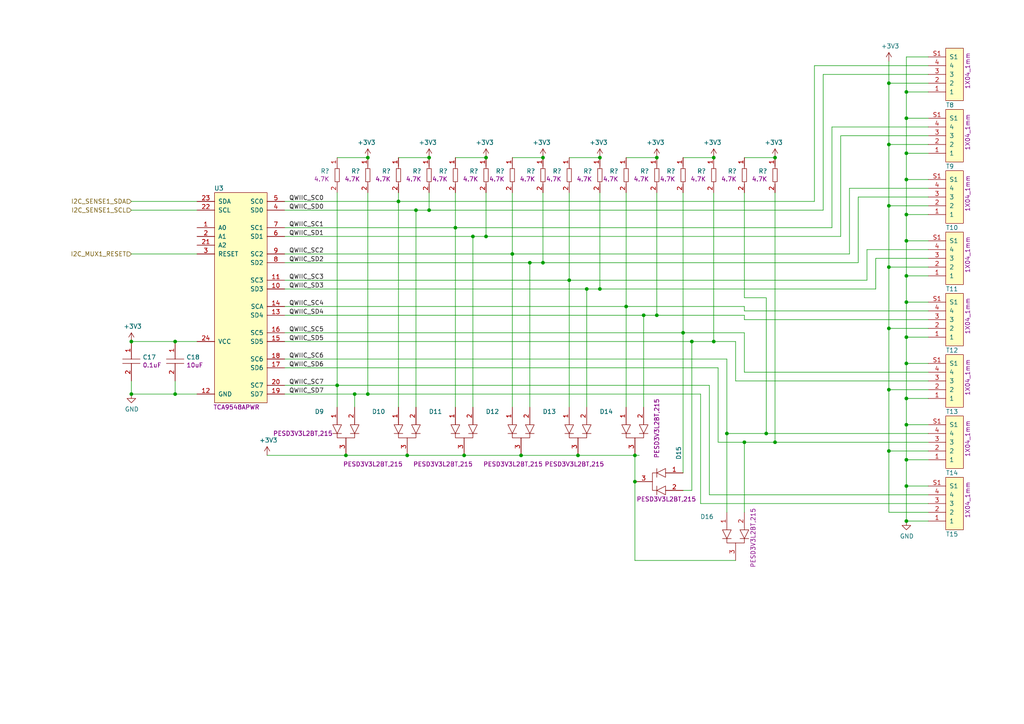
<source format=kicad_sch>
(kicad_sch (version 20230121) (generator eeschema)
  (paper "A4")
  (junction (at 257.81 77.47))
  (junction (at 186.69 91.44))
  (junction (at 140.97 45.72))
  (junction (at 137.16 68.58))
  (junction (at 115.57 58.42))
  (junction (at 215.9 128.27))
  (junction (at 167.64 132.08))
  (junction (at 124.46 60.96))
  (junction (at 102.87 114.3))
  (junction (at 97.79 111.76))
  (junction (at 134.62 132.08))
  (junction (at 262.89 140.97))
  (junction (at 106.68 114.3))
  (junction (at 106.68 45.72))
  (junction (at 190.5 91.44))
  (junction (at 132.08 66.04))
  (junction (at 184.15 132.08))
  (junction (at 184.15 139.7))
  (junction (at 200.66 99.06))
  (junction (at 262.89 44.45))
  (junction (at 257.81 130.81))
  (junction (at 262.89 87.63))
  (junction (at 262.89 62.23))
  (junction (at 257.81 24.13))
  (junction (at 173.99 45.72))
  (junction (at 148.59 73.66))
  (junction (at 50.8 114.3))
  (junction (at 257.81 59.69))
  (junction (at 262.89 123.19))
  (junction (at 50.8 99.06))
  (junction (at 222.25 125.73))
  (junction (at 210.82 125.73))
  (junction (at 224.79 45.72))
  (junction (at 165.1 81.28))
  (junction (at 118.11 132.08))
  (junction (at 151.13 132.08))
  (junction (at 190.5 45.72))
  (junction (at 262.89 105.41))
  (junction (at 38.1 114.3))
  (junction (at 262.89 115.57))
  (junction (at 157.48 45.72))
  (junction (at 262.89 151.13))
  (junction (at 262.89 52.07))
  (junction (at 257.81 41.91))
  (junction (at 262.89 69.85))
  (junction (at 124.46 45.72))
  (junction (at 207.01 45.72))
  (junction (at 262.89 34.29))
  (junction (at 38.1 99.06))
  (junction (at 100.33 132.08))
  (junction (at 257.81 95.25))
  (junction (at 140.97 68.58))
  (junction (at 224.79 128.27))
  (junction (at 262.89 97.79))
  (junction (at 262.89 133.35))
  (junction (at 170.18 83.82))
  (junction (at 120.65 60.96))
  (junction (at 157.48 76.2))
  (junction (at 262.89 80.01))
  (junction (at 173.99 83.82))
  (junction (at 257.81 113.03))
  (junction (at 207.01 99.06))
  (junction (at 181.61 88.9))
  (junction (at 262.89 26.67))
  (junction (at 198.12 96.52))
  (junction (at 153.67 76.2))
  (wire (pts (xy 140.97 68.58) (xy 243.84 68.58)))
  (wire (pts (xy 262.89 87.63) (xy 262.89 80.01)))
  (wire (pts (xy 115.57 58.42) (xy 115.57 118.11)))
  (wire (pts (xy 262.89 80.01) (xy 262.89 69.85)))
  (wire (pts (xy 262.89 105.41) (xy 262.89 97.79)))
  (wire (pts (xy 257.81 77.47) (xy 257.81 95.25)))
  (wire (pts (xy 269.24 74.93) (xy 254 74.93)))
  (wire (pts (xy 102.87 118.11) (xy 102.87 114.3)))
  (wire (pts (xy 215.9 91.44) (xy 190.5 91.44)))
  (wire (pts (xy 262.89 133.35) (xy 262.89 123.19)))
  (wire (pts (xy 241.3 36.83) (xy 269.24 36.83)))
  (wire (pts (xy 205.74 143.51) (xy 269.24 143.51)))
  (wire (pts (xy 208.28 128.27) (xy 215.9 128.27)))
  (wire (pts (xy 262.89 140.97) (xy 262.89 151.13)))
  (wire (pts (xy 262.89 87.63) (xy 269.24 87.63)))
  (wire (pts (xy 215.9 128.27) (xy 224.79 128.27)))
  (wire (pts (xy 120.65 60.96) (xy 82.55 60.96)))
  (wire (pts (xy 167.64 132.08) (xy 151.13 132.08)))
  (wire (pts (xy 140.97 45.72) (xy 132.08 45.72)))
  (wire (pts (xy 184.15 139.7) (xy 184.15 132.08)))
  (wire (pts (xy 262.89 62.23) (xy 262.89 52.07)))
  (wire (pts (xy 257.81 95.25) (xy 257.81 113.03)))
  (wire (pts (xy 262.89 26.67) (xy 262.89 16.51)))
  (wire (pts (xy 208.28 106.68) (xy 82.55 106.68)))
  (wire (pts (xy 157.48 76.2) (xy 153.67 76.2)))
  (wire (pts (xy 118.11 132.08) (xy 100.33 132.08)))
  (wire (pts (xy 82.55 58.42) (xy 115.57 58.42)))
  (wire (pts (xy 151.13 132.08) (xy 134.62 132.08)))
  (wire (pts (xy 222.25 86.36) (xy 222.25 125.73)))
  (wire (pts (xy 262.89 97.79) (xy 269.24 97.79)))
  (wire (pts (xy 257.81 41.91) (xy 257.81 59.69)))
  (wire (pts (xy 269.24 41.91) (xy 257.81 41.91)))
  (wire (pts (xy 57.15 73.66) (xy 38.1 73.66)))
  (wire (pts (xy 224.79 55.88) (xy 224.79 128.27)))
  (wire (pts (xy 198.12 96.52) (xy 198.12 137.16)))
  (wire (pts (xy 262.89 115.57) (xy 262.89 105.41)))
  (wire (pts (xy 181.61 88.9) (xy 181.61 118.11)))
  (wire (pts (xy 124.46 45.72) (xy 115.57 45.72)))
  (wire (pts (xy 269.24 34.29) (xy 262.89 34.29)))
  (wire (pts (xy 207.01 45.72) (xy 198.12 45.72)))
  (wire (pts (xy 262.89 133.35) (xy 262.89 140.97)))
  (wire (pts (xy 269.24 110.49) (xy 213.36 110.49)))
  (wire (pts (xy 262.89 44.45) (xy 269.24 44.45)))
  (wire (pts (xy 185.42 132.08) (xy 184.15 132.08)))
  (wire (pts (xy 38.1 110.49) (xy 38.1 114.3)))
  (wire (pts (xy 207.01 55.88) (xy 207.01 99.06)))
  (wire (pts (xy 215.9 96.52) (xy 215.9 107.95)))
  (wire (pts (xy 50.8 99.06) (xy 38.1 99.06)))
  (wire (pts (xy 132.08 66.04) (xy 132.08 118.11)))
  (wire (pts (xy 82.55 104.14) (xy 210.82 104.14)))
  (wire (pts (xy 269.24 95.25) (xy 257.81 95.25)))
  (wire (pts (xy 82.55 68.58) (xy 137.16 68.58)))
  (wire (pts (xy 257.81 59.69) (xy 257.81 77.47)))
  (wire (pts (xy 210.82 148.59) (xy 210.82 125.73)))
  (wire (pts (xy 190.5 45.72) (xy 181.61 45.72)))
  (wire (pts (xy 269.24 39.37) (xy 243.84 39.37)))
  (wire (pts (xy 203.2 114.3) (xy 106.68 114.3)))
  (wire (pts (xy 186.69 91.44) (xy 82.55 91.44)))
  (wire (pts (xy 257.81 113.03) (xy 257.81 130.81)))
  (wire (pts (xy 269.24 52.07) (xy 262.89 52.07)))
  (wire (pts (xy 269.24 123.19) (xy 262.89 123.19)))
  (wire (pts (xy 215.9 148.59) (xy 215.9 128.27)))
  (wire (pts (xy 157.48 45.72) (xy 148.59 45.72)))
  (wire (pts (xy 215.9 55.88) (xy 215.9 86.36)))
  (wire (pts (xy 200.66 142.24) (xy 200.66 99.06)))
  (wire (pts (xy 262.89 34.29) (xy 262.89 26.67)))
  (wire (pts (xy 262.89 123.19) (xy 262.89 115.57)))
  (wire (pts (xy 215.9 88.9) (xy 215.9 90.17)))
  (wire (pts (xy 213.36 162.56) (xy 184.15 162.56)))
  (wire (pts (xy 124.46 60.96) (xy 120.65 60.96)))
  (wire (pts (xy 215.9 92.71) (xy 269.24 92.71)))
  (wire (pts (xy 50.8 114.3) (xy 57.15 114.3)))
  (wire (pts (xy 205.74 111.76) (xy 205.74 143.51)))
  (wire (pts (xy 82.55 96.52) (xy 198.12 96.52)))
  (wire (pts (xy 262.89 97.79) (xy 262.89 87.63)))
  (wire (pts (xy 269.24 128.27) (xy 224.79 128.27)))
  (wire (pts (xy 198.12 96.52) (xy 215.9 96.52)))
  (wire (pts (xy 215.9 86.36) (xy 222.25 86.36)))
  (wire (pts (xy 82.55 81.28) (xy 165.1 81.28)))
  (wire (pts (xy 134.62 132.08) (xy 118.11 132.08)))
  (wire (pts (xy 262.89 69.85) (xy 262.89 62.23)))
  (wire (pts (xy 254 83.82) (xy 173.99 83.82)))
  (wire (pts (xy 198.12 142.24) (xy 200.66 142.24)))
  (wire (pts (xy 207.01 99.06) (xy 200.66 99.06)))
  (wire (pts (xy 153.67 76.2) (xy 82.55 76.2)))
  (wire (pts (xy 262.89 44.45) (xy 262.89 34.29)))
  (wire (pts (xy 257.81 130.81) (xy 257.81 148.59)))
  (wire (pts (xy 262.89 62.23) (xy 269.24 62.23)))
  (wire (pts (xy 262.89 151.13) (xy 269.24 151.13)))
  (wire (pts (xy 257.81 24.13) (xy 257.81 41.91)))
  (wire (pts (xy 238.76 21.59) (xy 238.76 60.96)))
  (wire (pts (xy 170.18 118.11) (xy 170.18 83.82)))
  (wire (pts (xy 238.76 60.96) (xy 124.46 60.96)))
  (wire (pts (xy 269.24 59.69) (xy 257.81 59.69)))
  (wire (pts (xy 106.68 45.72) (xy 97.79 45.72)))
  (wire (pts (xy 184.15 132.08) (xy 167.64 132.08)))
  (wire (pts (xy 50.8 110.49) (xy 50.8 114.3)))
  (wire (pts (xy 236.22 19.05) (xy 269.24 19.05)))
  (wire (pts (xy 238.76 21.59) (xy 269.24 21.59)))
  (wire (pts (xy 269.24 113.03) (xy 257.81 113.03)))
  (wire (pts (xy 97.79 111.76) (xy 97.79 118.11)))
  (wire (pts (xy 82.55 111.76) (xy 97.79 111.76)))
  (wire (pts (xy 243.84 39.37) (xy 243.84 68.58)))
  (wire (pts (xy 269.24 69.85) (xy 262.89 69.85)))
  (wire (pts (xy 269.24 77.47) (xy 257.81 77.47)))
  (wire (pts (xy 97.79 111.76) (xy 205.74 111.76)))
  (wire (pts (xy 157.48 55.88) (xy 157.48 76.2)))
  (wire (pts (xy 203.2 146.05) (xy 203.2 114.3)))
  (wire (pts (xy 184.15 162.56) (xy 184.15 139.7)))
  (wire (pts (xy 262.89 26.67) (xy 269.24 26.67)))
  (wire (pts (xy 100.33 132.08) (xy 77.47 132.08)))
  (wire (pts (xy 262.89 115.57) (xy 269.24 115.57)))
  (wire (pts (xy 148.59 73.66) (xy 246.38 73.66)))
  (wire (pts (xy 257.81 17.78) (xy 257.81 24.13)))
  (wire (pts (xy 269.24 140.97) (xy 262.89 140.97)))
  (wire (pts (xy 251.46 81.28) (xy 251.46 72.39)))
  (wire (pts (xy 198.12 55.88) (xy 198.12 96.52)))
  (wire (pts (xy 124.46 55.88) (xy 124.46 60.96)))
  (wire (pts (xy 208.28 128.27) (xy 208.28 106.68)))
  (wire (pts (xy 210.82 104.14) (xy 210.82 125.73)))
  (wire (pts (xy 241.3 66.04) (xy 241.3 36.83)))
  (wire (pts (xy 132.08 66.04) (xy 241.3 66.04)))
  (wire (pts (xy 57.15 60.96) (xy 38.1 60.96)))
  (wire (pts (xy 257.81 148.59) (xy 269.24 148.59)))
  (wire (pts (xy 262.89 16.51) (xy 269.24 16.51)))
  (wire (pts (xy 254 74.93) (xy 254 83.82)))
  (wire (pts (xy 165.1 81.28) (xy 251.46 81.28)))
  (wire (pts (xy 148.59 73.66) (xy 148.59 118.11)))
  (wire (pts (xy 269.24 130.81) (xy 257.81 130.81)))
  (wire (pts (xy 200.66 99.06) (xy 82.55 99.06)))
  (wire (pts (xy 269.24 24.13) (xy 257.81 24.13)))
  (wire (pts (xy 82.55 88.9) (xy 181.61 88.9)))
  (wire (pts (xy 106.68 114.3) (xy 102.87 114.3)))
  (wire (pts (xy 251.46 72.39) (xy 269.24 72.39)))
  (wire (pts (xy 190.5 91.44) (xy 186.69 91.44)))
  (wire (pts (xy 82.55 73.66) (xy 148.59 73.66)))
  (wire (pts (xy 236.22 58.42) (xy 236.22 19.05)))
  (wire (pts (xy 57.15 58.42) (xy 38.1 58.42)))
  (wire (pts (xy 215.9 92.71) (xy 215.9 91.44)))
  (wire (pts (xy 115.57 55.88) (xy 115.57 58.42)))
  (wire (pts (xy 132.08 55.88) (xy 132.08 66.04)))
  (wire (pts (xy 224.79 45.72) (xy 215.9 45.72)))
  (wire (pts (xy 82.55 66.04) (xy 132.08 66.04)))
  (wire (pts (xy 210.82 125.73) (xy 222.25 125.73)))
  (wire (pts (xy 165.1 55.88) (xy 165.1 81.28)))
  (wire (pts (xy 153.67 118.11) (xy 153.67 76.2)))
  (wire (pts (xy 186.69 118.11) (xy 186.69 91.44)))
  (wire (pts (xy 246.38 54.61) (xy 269.24 54.61)))
  (wire (pts (xy 137.16 68.58) (xy 140.97 68.58)))
  (wire (pts (xy 213.36 99.06) (xy 207.01 99.06)))
  (wire (pts (xy 181.61 55.88) (xy 181.61 88.9)))
  (wire (pts (xy 246.38 73.66) (xy 246.38 54.61)))
  (wire (pts (xy 213.36 110.49) (xy 213.36 99.06)))
  (wire (pts (xy 181.61 88.9) (xy 215.9 88.9)))
  (wire (pts (xy 262.89 133.35) (xy 269.24 133.35)))
  (wire (pts (xy 222.25 125.73) (xy 269.24 125.73)))
  (wire (pts (xy 269.24 105.41) (xy 262.89 105.41)))
  (wire (pts (xy 102.87 114.3) (xy 82.55 114.3)))
  (wire (pts (xy 115.57 58.42) (xy 236.22 58.42)))
  (wire (pts (xy 97.79 55.88) (xy 97.79 111.76)))
  (wire (pts (xy 137.16 118.11) (xy 137.16 68.58)))
  (wire (pts (xy 248.92 76.2) (xy 157.48 76.2)))
  (wire (pts (xy 215.9 107.95) (xy 269.24 107.95)))
  (wire (pts (xy 269.24 57.15) (xy 248.92 57.15)))
  (wire (pts (xy 262.89 80.01) (xy 269.24 80.01)))
  (wire (pts (xy 173.99 45.72) (xy 165.1 45.72)))
  (wire (pts (xy 106.68 55.88) (xy 106.68 114.3)))
  (wire (pts (xy 140.97 55.88) (xy 140.97 68.58)))
  (wire (pts (xy 50.8 99.06) (xy 57.15 99.06)))
  (wire (pts (xy 148.59 55.88) (xy 148.59 73.66)))
  (wire (pts (xy 38.1 114.3) (xy 50.8 114.3)))
  (wire (pts (xy 173.99 83.82) (xy 170.18 83.82)))
  (wire (pts (xy 215.9 90.17) (xy 269.24 90.17)))
  (wire (pts (xy 120.65 118.11) (xy 120.65 60.96)))
  (wire (pts (xy 248.92 57.15) (xy 248.92 76.2)))
  (wire (pts (xy 170.18 83.82) (xy 82.55 83.82)))
  (wire (pts (xy 262.89 52.07) (xy 262.89 44.45)))
  (wire (pts (xy 165.1 81.28) (xy 165.1 118.11)))
  (wire (pts (xy 190.5 55.88) (xy 190.5 91.44)))
  (wire (pts (xy 203.2 146.05) (xy 269.24 146.05)))
  (wire (pts (xy 173.99 55.88) (xy 173.99 83.82)))
  (label "QWIIC_SD4" (at 83.82 91.44 0))
  (label "QWIIC_SD5" (at 83.82 99.06 0))
  (label "QWIIC_SD2" (at 83.82 76.2 0))
  (label "QWIIC_SC0" (at 83.82 58.42 0))
  (label "QWIIC_SD7" (at 83.82 114.3 0))
  (label "QWIIC_SD1" (at 83.82 68.58 0))
  (label "QWIIC_SC7" (at 83.82 111.76 0))
  (label "QWIIC_SC6" (at 83.82 104.14 0))
  (label "QWIIC_SC1" (at 83.82 66.04 0))
  (label "QWIIC_SC5" (at 83.82 96.52 0))
  (label "QWIIC_SC2" (at 83.82 73.66 0))
  (label "QWIIC_SC4" (at 83.82 88.9 0))
  (label "QWIIC_SD3" (at 83.82 83.82 0))
  (label "QWIIC_SD0" (at 83.82 60.96 0))
  (label "QWIIC_SC3" (at 83.82 81.28 0))
  (label "QWIIC_SD6" (at 83.82 106.68 0))
  (hierarchical_label "I2C_SENSE1_SCL" (shape input) (at 38.1 60.96 180))
  (hierarchical_label "I2C_SENSE1_SDA" (shape input) (at 38.1 58.42 180))
  (hierarchical_label "I2C_MUX1_RESET" (shape input) (at 38.1 73.66 180))
  (symbol (lib_id "AVR-KiCAD-Lib-Connectors:BM04B-SRSS-TB(LF)(SN)") (at 274.32 29.21 0) (mirror x) (unit 1)
    (property "Reference" "T8" (at 274.32 30.48 0) (effects (justify left)))
    (property "Value" "BM04B-SRSS-TB(LF)(SN)" (effects hide))
    (property "Footprint" "AVR-KiCAD-Lib-Connectors:CONN_BM04B-SRSS-TB(LF)(SN)" (effects hide))
    (property "Datasheet" "http://www.jst-mfg.com/product/pdf/eng/eSH.pdf" (effects hide))
    (property "Cost QTY: 1" "0.63000" (effects hide))
    (property "Cost QTY: 1000" "0.28713" (effects hide))
    (property "Cost QTY: 2500" "*" (effects hide))
    (property "Cost QTY: 5000" "*" (effects hide))
    (property "Cost QTY: 10000" "0.24226" (effects hide))
    (property "MFR" "JST Sales America Inc." (effects hide))
    (property "MFR#" "BM04B-SRSS-TB(LF)(SN)" (effects hide))
    (property "Vendor" "Digikey" (effects hide))
    (property "Vendor #" "455-1790-2-ND" (effects hide))
    (property "Designer" "AVR" (effects hide))
    (property "Height" "4.9mm" (effects hide))
    (property "Date Created" "6/18/2020" (effects hide))
    (property "Date Modified" "6/18/2020" (effects hide))
    (property "Lead-Free ?" "Yes" (effects hide))
    (property "RoHS Levels" "1" (effects hide))
    (property "Mounting" "SMT" (effects hide))
    (property "Pin Count #" "4" (effects hide))
    (property "Status" "Active" (effects hide))
    (property "Tolerance" "*" (effects hide))
    (property "Type" "Connector" (effects hide))
    (property "Voltage" "50V" (effects hide))
    (property "Package" "*" (effects hide))
    (property "Description" "Connector Header Surface Mount 4 position 0.039\" (1.00mm)" (effects hide))
    (property "_Value_" "1X04_1mm" (at 280.67 15.24 90) (effects (justify left)))
    (property "Management_ID" "*" (effects hide))
  )
  (symbol (lib_id "AVR-KiCAD-Lib-Connectors:BM04B-SRSS-TB(LF)(SN)") (at 274.32 46.99 0) (mirror x) (unit 1)
    (property "Reference" "T9" (at 274.32 48.26 0) (effects (justify left)))
    (property "Value" "BM04B-SRSS-TB(LF)(SN)" (effects hide))
    (property "Footprint" "AVR-KiCAD-Lib-Connectors:CONN_BM04B-SRSS-TB(LF)(SN)" (effects hide))
    (property "Datasheet" "http://www.jst-mfg.com/product/pdf/eng/eSH.pdf" (effects hide))
    (property "Cost QTY: 1" "0.63000" (effects hide))
    (property "Cost QTY: 1000" "0.28713" (effects hide))
    (property "Cost QTY: 2500" "*" (effects hide))
    (property "Cost QTY: 5000" "*" (effects hide))
    (property "Cost QTY: 10000" "0.24226" (effects hide))
    (property "MFR" "JST Sales America Inc." (effects hide))
    (property "MFR#" "BM04B-SRSS-TB(LF)(SN)" (effects hide))
    (property "Vendor" "Digikey" (effects hide))
    (property "Vendor #" "455-1790-2-ND" (effects hide))
    (property "Designer" "AVR" (effects hide))
    (property "Height" "4.9mm" (effects hide))
    (property "Date Created" "6/18/2020" (effects hide))
    (property "Date Modified" "6/18/2020" (effects hide))
    (property "Lead-Free ?" "Yes" (effects hide))
    (property "RoHS Levels" "1" (effects hide))
    (property "Mounting" "SMT" (effects hide))
    (property "Pin Count #" "4" (effects hide))
    (property "Status" "Active" (effects hide))
    (property "Tolerance" "*" (effects hide))
    (property "Type" "Connector" (effects hide))
    (property "Voltage" "50V" (effects hide))
    (property "Package" "*" (effects hide))
    (property "Description" "Connector Header Surface Mount 4 position 0.039\" (1.00mm)" (effects hide))
    (property "_Value_" "1X04_1mm" (at 280.67 33.02 90) (effects (justify left)))
    (property "Management_ID" "*" (effects hide))
  )
  (symbol (lib_id "AVR-KiCAD-Lib-Connectors:BM04B-SRSS-TB(LF)(SN)") (at 274.32 64.77 0) (mirror x) (unit 1)
    (property "Reference" "T10" (at 274.32 66.04 0) (effects (justify left)))
    (property "Value" "BM04B-SRSS-TB(LF)(SN)" (effects hide))
    (property "Footprint" "AVR-KiCAD-Lib-Connectors:CONN_BM04B-SRSS-TB(LF)(SN)" (effects hide))
    (property "Datasheet" "http://www.jst-mfg.com/product/pdf/eng/eSH.pdf" (effects hide))
    (property "Cost QTY: 1" "0.63000" (effects hide))
    (property "Cost QTY: 1000" "0.28713" (effects hide))
    (property "Cost QTY: 2500" "*" (effects hide))
    (property "Cost QTY: 5000" "*" (effects hide))
    (property "Cost QTY: 10000" "0.24226" (effects hide))
    (property "MFR" "JST Sales America Inc." (effects hide))
    (property "MFR#" "BM04B-SRSS-TB(LF)(SN)" (effects hide))
    (property "Vendor" "Digikey" (effects hide))
    (property "Vendor #" "455-1790-2-ND" (effects hide))
    (property "Designer" "AVR" (effects hide))
    (property "Height" "4.9mm" (effects hide))
    (property "Date Created" "6/18/2020" (effects hide))
    (property "Date Modified" "6/18/2020" (effects hide))
    (property "Lead-Free ?" "Yes" (effects hide))
    (property "RoHS Levels" "1" (effects hide))
    (property "Mounting" "SMT" (effects hide))
    (property "Pin Count #" "4" (effects hide))
    (property "Status" "Active" (effects hide))
    (property "Tolerance" "*" (effects hide))
    (property "Type" "Connector" (effects hide))
    (property "Voltage" "50V" (effects hide))
    (property "Package" "*" (effects hide))
    (property "Description" "Connector Header Surface Mount 4 position 0.039\" (1.00mm)" (effects hide))
    (property "_Value_" "1X04_1mm" (at 280.67 50.8 90) (effects (justify left)))
    (property "Management_ID" "*" (effects hide))
  )
  (symbol (lib_id "AVR-KiCAD-Lib-Connectors:BM04B-SRSS-TB(LF)(SN)") (at 274.32 82.55 0) (mirror x) (unit 1)
    (property "Reference" "T11" (at 274.32 83.82 0) (effects (justify left)))
    (property "Value" "BM04B-SRSS-TB(LF)(SN)" (effects hide))
    (property "Footprint" "AVR-KiCAD-Lib-Connectors:CONN_BM04B-SRSS-TB(LF)(SN)" (effects hide))
    (property "Datasheet" "http://www.jst-mfg.com/product/pdf/eng/eSH.pdf" (effects hide))
    (property "Cost QTY: 1" "0.63000" (effects hide))
    (property "Cost QTY: 1000" "0.28713" (effects hide))
    (property "Cost QTY: 2500" "*" (effects hide))
    (property "Cost QTY: 5000" "*" (effects hide))
    (property "Cost QTY: 10000" "0.24226" (effects hide))
    (property "MFR" "JST Sales America Inc." (effects hide))
    (property "MFR#" "BM04B-SRSS-TB(LF)(SN)" (effects hide))
    (property "Vendor" "Digikey" (effects hide))
    (property "Vendor #" "455-1790-2-ND" (effects hide))
    (property "Designer" "AVR" (effects hide))
    (property "Height" "4.9mm" (effects hide))
    (property "Date Created" "6/18/2020" (effects hide))
    (property "Date Modified" "6/18/2020" (effects hide))
    (property "Lead-Free ?" "Yes" (effects hide))
    (property "RoHS Levels" "1" (effects hide))
    (property "Mounting" "SMT" (effects hide))
    (property "Pin Count #" "4" (effects hide))
    (property "Status" "Active" (effects hide))
    (property "Tolerance" "*" (effects hide))
    (property "Type" "Connector" (effects hide))
    (property "Voltage" "50V" (effects hide))
    (property "Package" "*" (effects hide))
    (property "Description" "Connector Header Surface Mount 4 position 0.039\" (1.00mm)" (effects hide))
    (property "_Value_" "1X04_1mm" (at 280.67 68.58 90) (effects (justify left)))
    (property "Management_ID" "*" (effects hide))
  )
  (symbol (lib_id "AVR-KiCAD-Lib-Connectors:BM04B-SRSS-TB(LF)(SN)") (at 274.32 100.33 0) (mirror x) (unit 1)
    (property "Reference" "T12" (at 274.32 101.6 0) (effects (justify left)))
    (property "Value" "BM04B-SRSS-TB(LF)(SN)" (effects hide))
    (property "Footprint" "AVR-KiCAD-Lib-Connectors:CONN_BM04B-SRSS-TB(LF)(SN)" (effects hide))
    (property "Datasheet" "http://www.jst-mfg.com/product/pdf/eng/eSH.pdf" (effects hide))
    (property "Cost QTY: 1" "0.63000" (effects hide))
    (property "Cost QTY: 1000" "0.28713" (effects hide))
    (property "Cost QTY: 2500" "*" (effects hide))
    (property "Cost QTY: 5000" "*" (effects hide))
    (property "Cost QTY: 10000" "0.24226" (effects hide))
    (property "MFR" "JST Sales America Inc." (effects hide))
    (property "MFR#" "BM04B-SRSS-TB(LF)(SN)" (effects hide))
    (property "Vendor" "Digikey" (effects hide))
    (property "Vendor #" "455-1790-2-ND" (effects hide))
    (property "Designer" "AVR" (effects hide))
    (property "Height" "4.9mm" (effects hide))
    (property "Date Created" "6/18/2020" (effects hide))
    (property "Date Modified" "6/18/2020" (effects hide))
    (property "Lead-Free ?" "Yes" (effects hide))
    (property "RoHS Levels" "1" (effects hide))
    (property "Mounting" "SMT" (effects hide))
    (property "Pin Count #" "4" (effects hide))
    (property "Status" "Active" (effects hide))
    (property "Tolerance" "*" (effects hide))
    (property "Type" "Connector" (effects hide))
    (property "Voltage" "50V" (effects hide))
    (property "Package" "*" (effects hide))
    (property "Description" "Connector Header Surface Mount 4 position 0.039\" (1.00mm)" (effects hide))
    (property "_Value_" "1X04_1mm" (at 280.67 86.36 90) (effects (justify left)))
    (property "Management_ID" "*" (effects hide))
  )
  (symbol (lib_id "AVR-KiCAD-Lib-Connectors:BM04B-SRSS-TB(LF)(SN)") (at 274.32 118.11 0) (mirror x) (unit 1)
    (property "Reference" "T13" (at 274.32 119.38 0) (effects (justify left)))
    (property "Value" "BM04B-SRSS-TB(LF)(SN)" (effects hide))
    (property "Footprint" "AVR-KiCAD-Lib-Connectors:CONN_BM04B-SRSS-TB(LF)(SN)" (effects hide))
    (property "Datasheet" "http://www.jst-mfg.com/product/pdf/eng/eSH.pdf" (effects hide))
    (property "Cost QTY: 1" "0.63000" (effects hide))
    (property "Cost QTY: 1000" "0.28713" (effects hide))
    (property "Cost QTY: 2500" "*" (effects hide))
    (property "Cost QTY: 5000" "*" (effects hide))
    (property "Cost QTY: 10000" "0.24226" (effects hide))
    (property "MFR" "JST Sales America Inc." (effects hide))
    (property "MFR#" "BM04B-SRSS-TB(LF)(SN)" (effects hide))
    (property "Vendor" "Digikey" (effects hide))
    (property "Vendor #" "455-1790-2-ND" (effects hide))
    (property "Designer" "AVR" (effects hide))
    (property "Height" "4.9mm" (effects hide))
    (property "Date Created" "6/18/2020" (effects hide))
    (property "Date Modified" "6/18/2020" (effects hide))
    (property "Lead-Free ?" "Yes" (effects hide))
    (property "RoHS Levels" "1" (effects hide))
    (property "Mounting" "SMT" (effects hide))
    (property "Pin Count #" "4" (effects hide))
    (property "Status" "Active" (effects hide))
    (property "Tolerance" "*" (effects hide))
    (property "Type" "Connector" (effects hide))
    (property "Voltage" "50V" (effects hide))
    (property "Package" "*" (effects hide))
    (property "Description" "Connector Header Surface Mount 4 position 0.039\" (1.00mm)" (effects hide))
    (property "_Value_" "1X04_1mm" (at 280.67 104.14 90) (effects (justify left)))
    (property "Management_ID" "*" (effects hide))
  )
  (symbol (lib_id "AVR-KiCAD-Lib-Connectors:BM04B-SRSS-TB(LF)(SN)") (at 274.32 135.89 0) (mirror x) (unit 1)
    (property "Reference" "T14" (at 274.32 137.16 0) (effects (justify left)))
    (property "Value" "BM04B-SRSS-TB(LF)(SN)" (effects hide))
    (property "Footprint" "AVR-KiCAD-Lib-Connectors:CONN_BM04B-SRSS-TB(LF)(SN)" (effects hide))
    (property "Datasheet" "http://www.jst-mfg.com/product/pdf/eng/eSH.pdf" (effects hide))
    (property "Cost QTY: 1" "0.63000" (effects hide))
    (property "Cost QTY: 1000" "0.28713" (effects hide))
    (property "Cost QTY: 2500" "*" (effects hide))
    (property "Cost QTY: 5000" "*" (effects hide))
    (property "Cost QTY: 10000" "0.24226" (effects hide))
    (property "MFR" "JST Sales America Inc." (effects hide))
    (property "MFR#" "BM04B-SRSS-TB(LF)(SN)" (effects hide))
    (property "Vendor" "Digikey" (effects hide))
    (property "Vendor #" "455-1790-2-ND" (effects hide))
    (property "Designer" "AVR" (effects hide))
    (property "Height" "4.9mm" (effects hide))
    (property "Date Created" "6/18/2020" (effects hide))
    (property "Date Modified" "6/18/2020" (effects hide))
    (property "Lead-Free ?" "Yes" (effects hide))
    (property "RoHS Levels" "1" (effects hide))
    (property "Mounting" "SMT" (effects hide))
    (property "Pin Count #" "4" (effects hide))
    (property "Status" "Active" (effects hide))
    (property "Tolerance" "*" (effects hide))
    (property "Type" "Connector" (effects hide))
    (property "Voltage" "50V" (effects hide))
    (property "Package" "*" (effects hide))
    (property "Description" "Connector Header Surface Mount 4 position 0.039\" (1.00mm)" (effects hide))
    (property "_Value_" "1X04_1mm" (at 280.67 121.92 90) (effects (justify left)))
    (property "Management_ID" "*" (effects hide))
  )
  (symbol (lib_id "AVR-KiCAD-Lib-Connectors:BM04B-SRSS-TB(LF)(SN)") (at 274.32 153.67 0) (mirror x) (unit 1)
    (property "Reference" "T15" (at 274.32 154.94 0) (effects (justify left)))
    (property "Value" "BM04B-SRSS-TB(LF)(SN)" (effects hide))
    (property "Footprint" "AVR-KiCAD-Lib-Connectors:CONN_BM04B-SRSS-TB(LF)(SN)" (effects hide))
    (property "Datasheet" "http://www.jst-mfg.com/product/pdf/eng/eSH.pdf" (effects hide))
    (property "Cost QTY: 1" "0.63000" (effects hide))
    (property "Cost QTY: 1000" "0.28713" (effects hide))
    (property "Cost QTY: 2500" "*" (effects hide))
    (property "Cost QTY: 5000" "*" (effects hide))
    (property "Cost QTY: 10000" "0.24226" (effects hide))
    (property "MFR" "JST Sales America Inc." (effects hide))
    (property "MFR#" "BM04B-SRSS-TB(LF)(SN)" (effects hide))
    (property "Vendor" "Digikey" (effects hide))
    (property "Vendor #" "455-1790-2-ND" (effects hide))
    (property "Designer" "AVR" (effects hide))
    (property "Height" "4.9mm" (effects hide))
    (property "Date Created" "6/18/2020" (effects hide))
    (property "Date Modified" "6/18/2020" (effects hide))
    (property "Lead-Free ?" "Yes" (effects hide))
    (property "RoHS Levels" "1" (effects hide))
    (property "Mounting" "SMT" (effects hide))
    (property "Pin Count #" "4" (effects hide))
    (property "Status" "Active" (effects hide))
    (property "Tolerance" "*" (effects hide))
    (property "Type" "Connector" (effects hide))
    (property "Voltage" "50V" (effects hide))
    (property "Package" "*" (effects hide))
    (property "Description" "Connector Header Surface Mount 4 position 0.039\" (1.00mm)" (effects hide))
    (property "_Value_" "1X04_1mm" (at 280.67 139.7 90) (effects (justify left)))
    (property "Management_ID" "*" (effects hide))
  )
  (symbol (lib_id "AVR-KiCAD-Lib-ICs:TCA9548APWR") (at 62.23 55.88 0) (unit 1)
    (property "Reference" "U3" (at 63.5 54.61 0))
    (property "Value" "TCA9548APWR" (effects hide))
    (property "Footprint" "AVR-KiCAD-Lib-ICs:TCA9548APWR" (effects hide))
    (property "Datasheet" "https://www.ti.com/lit/ds/symlink/tca9548a.pdf?HQS=TI-null-null-digikeymode-df-pf-null-wwe&ts=1592362720242" (effects hide))
    (property "Cost QTY: 1" "1.49000" (effects hide))
    (property "Cost QTY: 1000" "0.63000" (effects hide))
    (property "Cost QTY: 2500" "*" (effects hide))
    (property "Cost QTY: 5000" "*" (effects hide))
    (property "Cost QTY: 10000" "*" (effects hide))
    (property "MFR" "Texas Instruments" (effects hide))
    (property "MFR#" "TCA9548APWR" (effects hide))
    (property "Vendor" "Digikey" (effects hide))
    (property "Vendor #" "296-34905-1-ND" (effects hide))
    (property "Designer" "AVR" (effects hide))
    (property "Height" "1.2mm" (effects hide))
    (property "Date Created" "6/16/2020" (effects hide))
    (property "Date Modified" "6/16/2020" (effects hide))
    (property "Lead-Free ?" "Yes" (effects hide))
    (property "RoHS Levels" "1" (effects hide))
    (property "Mounting" "SMT" (effects hide))
    (property "Pin Count #" "24" (effects hide))
    (property "Status" "Active" (effects hide))
    (property "Tolerance" "*" (effects hide))
    (property "Type" "I2C MUX" (effects hide))
    (property "Voltage" "1.65V ~ 5.5V" (effects hide))
    (property "Package" "24-TSSOP" (effects hide))
    (property "Description" "IC I2C SW 8CH W/RESET 24TSSOP" (effects hide))
    (property "_Value_" "TCA9548APWR" (at 68.58 118.11 0))
    (property "Management_ID" "*" (effects hide))
  )
  (symbol (lib_id "power:GND") (at 262.89 151.13 0) (unit 1)
    (property "Reference" "#PWR027" (effects hide))
    (property "Value" "GND" (at 263.017 155.5242 0))
    (instances (project "agricoltura-vine" (path "" (reference "#PWR027") (unit 1)) (path "" (reference "#PWR?") (unit 1))))
  )
  (symbol (lib_id "power:+3V3") (at 38.1 99.06 0) (unit 1)
    (property "Reference" "#PWR024" (effects hide))
    (property "Value" "+3V3" (at 38.481 94.6658 0))
    (instances (project "agricoltura-vine" (path "" (reference "#PWR024") (unit 1)) (path "" (reference "#PWR?") (unit 1))))
  )
  (symbol (lib_id "AVR-KiCAD-Lib-Capacitors:GRM188R61A106KE69J") (at 50.8 104.14 270) (unit 1)
    (property "Reference" "C18" (at 54.0512 103.6066 90) (effects (justify left)))
    (property "Value" "GRM188R61A106KE69J" (effects hide))
    (property "Footprint" "AVR-KiCAD-Lib-Capacitors:C0603" (effects hide))
    (property "Datasheet" "https://search.murata.co.jp/Ceramy/image/img/A01X/G101/ENG/GRM188R61A106KE69-01.pdf" (effects hide))
    (property "Cost QTY: 1" "0.18000" (effects hide))
    (property "Cost QTY: 1000" "0.03841" (effects hide))
    (property "Cost QTY: 2500" "0.03674" (effects hide))
    (property "Cost QTY: 5000" "0.03340" (effects hide))
    (property "Cost QTY: 10000" "0.02640" (effects hide))
    (property "MFR" "Murata Electronics" (effects hide))
    (property "MFR#" "GRM188R61A106KE69J" (effects hide))
    (property "Vendor" "Digikey" (effects hide))
    (property "Vendor #" "490-14372-2-ND" (effects hide))
    (property "Designer" "AVR" (effects hide))
    (property "Height" "0.95mm" (effects hide))
    (property "Date Created" "2/28/2020" (effects hide))
    (property "Date Modified" "2/28/2020" (effects hide))
    (property "Lead-Free ?" "Yes" (effects hide))
    (property "RoHS Levels" "1" (effects hide))
    (property "Mounting" "SMT" (effects hide))
    (property "Pin Count #" "2" (effects hide))
    (property "Status" "Active" (effects hide))
    (property "Tolerance" "10%" (effects hide))
    (property "Type" "Ceramic Cap" (effects hide))
    (property "Voltage" "10V" (effects hide))
    (property "Package" "0603" (effects hide))
    (property "Description" "10µF ±10% 10V Ceramic Capacitor X5R 0603 (1608 Metric)" (effects hide))
    (property "_Value_" "10uF" (at 54.0512 105.918 90) (effects (justify left)))
    (property "Management_ID" "*" (effects hide))
    (instances (project "agricoltura-vine" (path "" (reference "C18") (unit 1)) (path "" (reference "C?") (unit 1))))
  )
  (symbol (lib_id "AVR-KiCAD-Lib-Capacitors:C0402C104K9PACTU") (at 38.1 104.14 270) (unit 1)
    (property "Reference" "C17" (at 41.3512 103.6066 90) (effects (justify left)))
    (property "Value" "C0402C104K9PACTU" (effects hide))
    (property "Footprint" "AVR-KiCAD-Lib-Resistors:R0402" (effects hide))
    (property "Datasheet" "https://content.kemet.com/datasheets/KEM_C1006_X5R_SMD.pdf" (effects hide))
    (property "Cost QTY: 1" "0.10000" (effects hide))
    (property "Cost QTY: 1000" "0.01139" (effects hide))
    (property "Cost QTY: 2500" "0.01035" (effects hide))
    (property "Cost QTY: 5000" "0.00952" (effects hide))
    (property "Cost QTY: 10000" "0.00756" (effects hide))
    (property "MFR" "KEMET" (effects hide))
    (property "MFR#" "C0402C104K9PACTU" (effects hide))
    (property "Vendor" "Digikey" (effects hide))
    (property "Vendor #" "399-3026-6-ND" (effects hide))
    (property "Designer" "AVR" (effects hide))
    (property "Height" "0.55mm" (effects hide))
    (property "Date Created" "12/7/2019" (effects hide))
    (property "Date Modified" "12/7/2019" (effects hide))
    (property "Lead-Free ?" "Yes" (effects hide))
    (property "RoHS Levels" "1" (effects hide))
    (property "Mounting" "SMT" (effects hide))
    (property "Pin Count #" "2" (effects hide))
    (property "Status" "Active" (effects hide))
    (property "Tolerance" "10%" (effects hide))
    (property "Type" "Ceramic Cap" (effects hide))
    (property "Voltage" "6.3V" (effects hide))
    (property "Package" "0402" (effects hide))
    (property "Description" "0.1µF ±10% 6.3V Ceramic Capacitor X5R 0402 (1005 Metric)" (effects hide))
    (property "_Value_" "0.1uF" (at 41.3512 105.918 90) (effects (justify left)))
    (property "Management_ID" "*" (effects hide))
    (instances (project "agricoltura-vine" (path "" (reference "C17") (unit 1)) (path "" (reference "C?") (unit 1))))
  )
  (symbol (lib_id "power:+3V3") (at 257.81 17.78 0) (unit 1)
    (property "Reference" "#PWR026" (effects hide))
    (property "Value" "+3V3" (at 258.191 13.3858 0))
    (instances (project "agricoltura-vine" (path "" (reference "#PWR026") (unit 1)) (path "" (reference "#PWR?") (unit 1))))
  )
  (symbol (lib_id "power:GND") (at 38.1 114.3 0) (unit 1)
    (property "Reference" "#PWR025" (effects hide))
    (property "Value" "GND" (at 38.227 118.6942 0))
    (instances (project "agricoltura-vine" (path "" (reference "#PWR025") (unit 1)) (path "" (reference "#PWR?") (unit 1))))
  )
  (symbol (lib_id "AVR-KiCAD-Lib-Resistors:RC0402FR-074K7L") (at 124.46 50.8 90) (mirror x) (unit 1)
    (property "Reference" "R?" (at 122.2248 49.6316 90) (effects (justify left)))
    (property "Value" "RC0402FR-074K7L" (effects hide))
    (property "Footprint" "AVR-KiCAD-Lib-Resistors:R0402" (effects hide))
    (property "Datasheet" "https://www.yageo.com/upload/media/product/productsearch/datasheet/rchip/PYu-RC_Group_51_RoHS_L_10.pdf" (effects hide))
    (property "Cost QTY: 1" "0.10000" (effects hide))
    (property "Cost QTY: 1000" "0.00289" (effects hide))
    (property "Cost QTY: 2500" "0.00251" (effects hide))
    (property "Cost QTY: 5000" "0.00207" (effects hide))
    (property "Cost QTY: 10000" "0.00163" (effects hide))
    (property "MFR" "Yageo" (effects hide))
    (property "MFR#" "RC0402FR-074K7L" (effects hide))
    (property "Vendor" "Digikey" (effects hide))
    (property "Vendor #" "311-4.7KLRCT-ND" (effects hide))
    (property "Designer" "AVR" (effects hide))
    (property "Height" "0.4mm" (effects hide))
    (property "Date Created" "12/11/2019" (effects hide))
    (property "Date Modified" "12/11/2019" (effects hide))
    (property "Lead-Free ?" "Yes" (effects hide))
    (property "RoHS Levels" "1" (effects hide))
    (property "Mounting" "SMT" (effects hide))
    (property "Pin Count #" "2" (effects hide))
    (property "Status" "Active" (effects hide))
    (property "Tolerance" "1%" (effects hide))
    (property "Type" "Thick Film Resistor" (effects hide))
    (property "Voltage" "*" (effects hide))
    (property "Package" "0402" (effects hide))
    (property "_Value_" "4.7K" (at 122.2248 51.943 90) (effects (justify left)))
    (property "Management_ID" "*" (effects hide))
    (property "Description" "4.7 kOhms ±1% 0.063W, 1/16W Chip Resistor 0402 (1005 Metric) Moisture Resistant Thick Film" (effects hide))
    (instances (project "agricoltura-vine" (path "" (reference "R?") (unit 1)) (path "" (reference "R?") (unit 1)) (path "" (reference "R31") (unit 1))))
  )
  (symbol (lib_id "AVR-KiCAD-Lib-Resistors:RC0402FR-074K7L") (at 115.57 50.8 90) (mirror x) (unit 1)
    (property "Reference" "R?" (at 113.3348 49.6316 90) (effects (justify left)))
    (property "Value" "RC0402FR-074K7L" (effects hide))
    (property "Footprint" "AVR-KiCAD-Lib-Resistors:R0402" (effects hide))
    (property "Datasheet" "https://www.yageo.com/upload/media/product/productsearch/datasheet/rchip/PYu-RC_Group_51_RoHS_L_10.pdf" (effects hide))
    (property "Cost QTY: 1" "0.10000" (effects hide))
    (property "Cost QTY: 1000" "0.00289" (effects hide))
    (property "Cost QTY: 2500" "0.00251" (effects hide))
    (property "Cost QTY: 5000" "0.00207" (effects hide))
    (property "Cost QTY: 10000" "0.00163" (effects hide))
    (property "MFR" "Yageo" (effects hide))
    (property "MFR#" "RC0402FR-074K7L" (effects hide))
    (property "Vendor" "Digikey" (effects hide))
    (property "Vendor #" "311-4.7KLRCT-ND" (effects hide))
    (property "Designer" "AVR" (effects hide))
    (property "Height" "0.4mm" (effects hide))
    (property "Date Created" "12/11/2019" (effects hide))
    (property "Date Modified" "12/11/2019" (effects hide))
    (property "Lead-Free ?" "Yes" (effects hide))
    (property "RoHS Levels" "1" (effects hide))
    (property "Mounting" "SMT" (effects hide))
    (property "Pin Count #" "2" (effects hide))
    (property "Status" "Active" (effects hide))
    (property "Tolerance" "1%" (effects hide))
    (property "Type" "Thick Film Resistor" (effects hide))
    (property "Voltage" "*" (effects hide))
    (property "Package" "0402" (effects hide))
    (property "_Value_" "4.7K" (at 113.3348 51.943 90) (effects (justify left)))
    (property "Management_ID" "*" (effects hide))
    (property "Description" "4.7 kOhms ±1% 0.063W, 1/16W Chip Resistor 0402 (1005 Metric) Moisture Resistant Thick Film" (effects hide))
    (instances (project "agricoltura-vine" (path "" (reference "R?") (unit 1)) (path "" (reference "R?") (unit 1)) (path "" (reference "R30") (unit 1))))
  )
  (symbol (lib_id "power:+3V3") (at 124.46 45.72 0) (mirror y) (unit 1)
    (property "Reference" "#PWR?" (effects hide))
    (property "Value" "+3V3" (at 124.079 41.3258 0))
    (instances (project "agricoltura-vine" (path "" (reference "#PWR?") (unit 1)) (path "" (reference "#PWR?") (unit 1)) (path "" (reference "#PWR0131") (unit 1))))
  )
  (symbol (lib_id "AVR-KiCAD-Lib-Resistors:RC0402FR-074K7L") (at 140.97 50.8 90) (mirror x) (unit 1)
    (property "Reference" "R?" (at 138.7348 49.6316 90) (effects (justify left)))
    (property "Value" "RC0402FR-074K7L" (effects hide))
    (property "Footprint" "AVR-KiCAD-Lib-Resistors:R0402" (effects hide))
    (property "Datasheet" "https://www.yageo.com/upload/media/product/productsearch/datasheet/rchip/PYu-RC_Group_51_RoHS_L_10.pdf" (effects hide))
    (property "Cost QTY: 1" "0.10000" (effects hide))
    (property "Cost QTY: 1000" "0.00289" (effects hide))
    (property "Cost QTY: 2500" "0.00251" (effects hide))
    (property "Cost QTY: 5000" "0.00207" (effects hide))
    (property "Cost QTY: 10000" "0.00163" (effects hide))
    (property "MFR" "Yageo" (effects hide))
    (property "MFR#" "RC0402FR-074K7L" (effects hide))
    (property "Vendor" "Digikey" (effects hide))
    (property "Vendor #" "311-4.7KLRCT-ND" (effects hide))
    (property "Designer" "AVR" (effects hide))
    (property "Height" "0.4mm" (effects hide))
    (property "Date Created" "12/11/2019" (effects hide))
    (property "Date Modified" "12/11/2019" (effects hide))
    (property "Lead-Free ?" "Yes" (effects hide))
    (property "RoHS Levels" "1" (effects hide))
    (property "Mounting" "SMT" (effects hide))
    (property "Pin Count #" "2" (effects hide))
    (property "Status" "Active" (effects hide))
    (property "Tolerance" "1%" (effects hide))
    (property "Type" "Thick Film Resistor" (effects hide))
    (property "Voltage" "*" (effects hide))
    (property "Package" "0402" (effects hide))
    (property "_Value_" "4.7K" (at 138.7348 51.943 90) (effects (justify left)))
    (property "Management_ID" "*" (effects hide))
    (property "Description" "4.7 kOhms ±1% 0.063W, 1/16W Chip Resistor 0402 (1005 Metric) Moisture Resistant Thick Film" (effects hide))
    (instances (project "agricoltura-vine" (path "" (reference "R?") (unit 1)) (path "" (reference "R?") (unit 1)) (path "" (reference "R33") (unit 1))))
  )
  (symbol (lib_id "AVR-KiCAD-Lib-Resistors:RC0402FR-074K7L") (at 132.08 50.8 90) (mirror x) (unit 1)
    (property "Reference" "R?" (at 129.8448 49.6316 90) (effects (justify left)))
    (property "Value" "RC0402FR-074K7L" (effects hide))
    (property "Footprint" "AVR-KiCAD-Lib-Resistors:R0402" (effects hide))
    (property "Datasheet" "https://www.yageo.com/upload/media/product/productsearch/datasheet/rchip/PYu-RC_Group_51_RoHS_L_10.pdf" (effects hide))
    (property "Cost QTY: 1" "0.10000" (effects hide))
    (property "Cost QTY: 1000" "0.00289" (effects hide))
    (property "Cost QTY: 2500" "0.00251" (effects hide))
    (property "Cost QTY: 5000" "0.00207" (effects hide))
    (property "Cost QTY: 10000" "0.00163" (effects hide))
    (property "MFR" "Yageo" (effects hide))
    (property "MFR#" "RC0402FR-074K7L" (effects hide))
    (property "Vendor" "Digikey" (effects hide))
    (property "Vendor #" "311-4.7KLRCT-ND" (effects hide))
    (property "Designer" "AVR" (effects hide))
    (property "Height" "0.4mm" (effects hide))
    (property "Date Created" "12/11/2019" (effects hide))
    (property "Date Modified" "12/11/2019" (effects hide))
    (property "Lead-Free ?" "Yes" (effects hide))
    (property "RoHS Levels" "1" (effects hide))
    (property "Mounting" "SMT" (effects hide))
    (property "Pin Count #" "2" (effects hide))
    (property "Status" "Active" (effects hide))
    (property "Tolerance" "1%" (effects hide))
    (property "Type" "Thick Film Resistor" (effects hide))
    (property "Voltage" "*" (effects hide))
    (property "Package" "0402" (effects hide))
    (property "_Value_" "4.7K" (at 129.8448 51.943 90) (effects (justify left)))
    (property "Management_ID" "*" (effects hide))
    (property "Description" "4.7 kOhms ±1% 0.063W, 1/16W Chip Resistor 0402 (1005 Metric) Moisture Resistant Thick Film" (effects hide))
    (instances (project "agricoltura-vine" (path "" (reference "R?") (unit 1)) (path "" (reference "R?") (unit 1)) (path "" (reference "R32") (unit 1))))
  )
  (symbol (lib_id "power:+3V3") (at 140.97 45.72 0) (mirror y) (unit 1)
    (property "Reference" "#PWR?" (effects hide))
    (property "Value" "+3V3" (at 140.589 41.3258 0))
    (instances (project "agricoltura-vine" (path "" (reference "#PWR?") (unit 1)) (path "" (reference "#PWR?") (unit 1)) (path "" (reference "#PWR0132") (unit 1))))
  )
  (symbol (lib_id "AVR-KiCAD-Lib-Resistors:RC0402FR-074K7L") (at 157.48 50.8 90) (mirror x) (unit 1)
    (property "Reference" "R?" (at 155.2448 49.6316 90) (effects (justify left)))
    (property "Value" "RC0402FR-074K7L" (effects hide))
    (property "Footprint" "AVR-KiCAD-Lib-Resistors:R0402" (effects hide))
    (property "Datasheet" "https://www.yageo.com/upload/media/product/productsearch/datasheet/rchip/PYu-RC_Group_51_RoHS_L_10.pdf" (effects hide))
    (property "Cost QTY: 1" "0.10000" (effects hide))
    (property "Cost QTY: 1000" "0.00289" (effects hide))
    (property "Cost QTY: 2500" "0.00251" (effects hide))
    (property "Cost QTY: 5000" "0.00207" (effects hide))
    (property "Cost QTY: 10000" "0.00163" (effects hide))
    (property "MFR" "Yageo" (effects hide))
    (property "MFR#" "RC0402FR-074K7L" (effects hide))
    (property "Vendor" "Digikey" (effects hide))
    (property "Vendor #" "311-4.7KLRCT-ND" (effects hide))
    (property "Designer" "AVR" (effects hide))
    (property "Height" "0.4mm" (effects hide))
    (property "Date Created" "12/11/2019" (effects hide))
    (property "Date Modified" "12/11/2019" (effects hide))
    (property "Lead-Free ?" "Yes" (effects hide))
    (property "RoHS Levels" "1" (effects hide))
    (property "Mounting" "SMT" (effects hide))
    (property "Pin Count #" "2" (effects hide))
    (property "Status" "Active" (effects hide))
    (property "Tolerance" "1%" (effects hide))
    (property "Type" "Thick Film Resistor" (effects hide))
    (property "Voltage" "*" (effects hide))
    (property "Package" "0402" (effects hide))
    (property "_Value_" "4.7K" (at 155.2448 51.943 90) (effects (justify left)))
    (property "Management_ID" "*" (effects hide))
    (property "Description" "4.7 kOhms ±1% 0.063W, 1/16W Chip Resistor 0402 (1005 Metric) Moisture Resistant Thick Film" (effects hide))
    (instances (project "agricoltura-vine" (path "" (reference "R?") (unit 1)) (path "" (reference "R?") (unit 1)) (path "" (reference "R35") (unit 1))))
  )
  (symbol (lib_id "AVR-KiCAD-Lib-Resistors:RC0402FR-074K7L") (at 148.59 50.8 90) (mirror x) (unit 1)
    (property "Reference" "R?" (at 146.3548 49.6316 90) (effects (justify left)))
    (property "Value" "RC0402FR-074K7L" (effects hide))
    (property "Footprint" "AVR-KiCAD-Lib-Resistors:R0402" (effects hide))
    (property "Datasheet" "https://www.yageo.com/upload/media/product/productsearch/datasheet/rchip/PYu-RC_Group_51_RoHS_L_10.pdf" (effects hide))
    (property "Cost QTY: 1" "0.10000" (effects hide))
    (property "Cost QTY: 1000" "0.00289" (effects hide))
    (property "Cost QTY: 2500" "0.00251" (effects hide))
    (property "Cost QTY: 5000" "0.00207" (effects hide))
    (property "Cost QTY: 10000" "0.00163" (effects hide))
    (property "MFR" "Yageo" (effects hide))
    (property "MFR#" "RC0402FR-074K7L" (effects hide))
    (property "Vendor" "Digikey" (effects hide))
    (property "Vendor #" "311-4.7KLRCT-ND" (effects hide))
    (property "Designer" "AVR" (effects hide))
    (property "Height" "0.4mm" (effects hide))
    (property "Date Created" "12/11/2019" (effects hide))
    (property "Date Modified" "12/11/2019" (effects hide))
    (property "Lead-Free ?" "Yes" (effects hide))
    (property "RoHS Levels" "1" (effects hide))
    (property "Mounting" "SMT" (effects hide))
    (property "Pin Count #" "2" (effects hide))
    (property "Status" "Active" (effects hide))
    (property "Tolerance" "1%" (effects hide))
    (property "Type" "Thick Film Resistor" (effects hide))
    (property "Voltage" "*" (effects hide))
    (property "Package" "0402" (effects hide))
    (property "_Value_" "4.7K" (at 146.3548 51.943 90) (effects (justify left)))
    (property "Management_ID" "*" (effects hide))
    (property "Description" "4.7 kOhms ±1% 0.063W, 1/16W Chip Resistor 0402 (1005 Metric) Moisture Resistant Thick Film" (effects hide))
    (instances (project "agricoltura-vine" (path "" (reference "R?") (unit 1)) (path "" (reference "R?") (unit 1)) (path "" (reference "R34") (unit 1))))
  )
  (symbol (lib_id "power:+3V3") (at 157.48 45.72 0) (mirror y) (unit 1)
    (property "Reference" "#PWR?" (effects hide))
    (property "Value" "+3V3" (at 157.099 41.3258 0))
    (instances (project "agricoltura-vine" (path "" (reference "#PWR?") (unit 1)) (path "" (reference "#PWR?") (unit 1)) (path "" (reference "#PWR0133") (unit 1))))
  )
  (symbol (lib_id "AVR-KiCAD-Lib-Resistors:RC0402FR-074K7L") (at 173.99 50.8 90) (mirror x) (unit 1)
    (property "Reference" "R?" (at 171.7548 49.6316 90) (effects (justify left)))
    (property "Value" "RC0402FR-074K7L" (effects hide))
    (property "Footprint" "AVR-KiCAD-Lib-Resistors:R0402" (effects hide))
    (property "Datasheet" "https://www.yageo.com/upload/media/product/productsearch/datasheet/rchip/PYu-RC_Group_51_RoHS_L_10.pdf" (effects hide))
    (property "Cost QTY: 1" "0.10000" (effects hide))
    (property "Cost QTY: 1000" "0.00289" (effects hide))
    (property "Cost QTY: 2500" "0.00251" (effects hide))
    (property "Cost QTY: 5000" "0.00207" (effects hide))
    (property "Cost QTY: 10000" "0.00163" (effects hide))
    (property "MFR" "Yageo" (effects hide))
    (property "MFR#" "RC0402FR-074K7L" (effects hide))
    (property "Vendor" "Digikey" (effects hide))
    (property "Vendor #" "311-4.7KLRCT-ND" (effects hide))
    (property "Designer" "AVR" (effects hide))
    (property "Height" "0.4mm" (effects hide))
    (property "Date Created" "12/11/2019" (effects hide))
    (property "Date Modified" "12/11/2019" (effects hide))
    (property "Lead-Free ?" "Yes" (effects hide))
    (property "RoHS Levels" "1" (effects hide))
    (property "Mounting" "SMT" (effects hide))
    (property "Pin Count #" "2" (effects hide))
    (property "Status" "Active" (effects hide))
    (property "Tolerance" "1%" (effects hide))
    (property "Type" "Thick Film Resistor" (effects hide))
    (property "Voltage" "*" (effects hide))
    (property "Package" "0402" (effects hide))
    (property "_Value_" "4.7K" (at 171.7548 51.943 90) (effects (justify left)))
    (property "Management_ID" "*" (effects hide))
    (property "Description" "4.7 kOhms ±1% 0.063W, 1/16W Chip Resistor 0402 (1005 Metric) Moisture Resistant Thick Film" (effects hide))
    (instances (project "agricoltura-vine" (path "" (reference "R?") (unit 1)) (path "" (reference "R?") (unit 1)) (path "" (reference "R37") (unit 1))))
  )
  (symbol (lib_id "AVR-KiCAD-Lib-Resistors:RC0402FR-074K7L") (at 165.1 50.8 90) (mirror x) (unit 1)
    (property "Reference" "R?" (at 162.8648 49.6316 90) (effects (justify left)))
    (property "Value" "RC0402FR-074K7L" (effects hide))
    (property "Footprint" "AVR-KiCAD-Lib-Resistors:R0402" (effects hide))
    (property "Datasheet" "https://www.yageo.com/upload/media/product/productsearch/datasheet/rchip/PYu-RC_Group_51_RoHS_L_10.pdf" (effects hide))
    (property "Cost QTY: 1" "0.10000" (effects hide))
    (property "Cost QTY: 1000" "0.00289" (effects hide))
    (property "Cost QTY: 2500" "0.00251" (effects hide))
    (property "Cost QTY: 5000" "0.00207" (effects hide))
    (property "Cost QTY: 10000" "0.00163" (effects hide))
    (property "MFR" "Yageo" (effects hide))
    (property "MFR#" "RC0402FR-074K7L" (effects hide))
    (property "Vendor" "Digikey" (effects hide))
    (property "Vendor #" "311-4.7KLRCT-ND" (effects hide))
    (property "Designer" "AVR" (effects hide))
    (property "Height" "0.4mm" (effects hide))
    (property "Date Created" "12/11/2019" (effects hide))
    (property "Date Modified" "12/11/2019" (effects hide))
    (property "Lead-Free ?" "Yes" (effects hide))
    (property "RoHS Levels" "1" (effects hide))
    (property "Mounting" "SMT" (effects hide))
    (property "Pin Count #" "2" (effects hide))
    (property "Status" "Active" (effects hide))
    (property "Tolerance" "1%" (effects hide))
    (property "Type" "Thick Film Resistor" (effects hide))
    (property "Voltage" "*" (effects hide))
    (property "Package" "0402" (effects hide))
    (property "_Value_" "4.7K" (at 162.8648 51.943 90) (effects (justify left)))
    (property "Management_ID" "*" (effects hide))
    (property "Description" "4.7 kOhms ±1% 0.063W, 1/16W Chip Resistor 0402 (1005 Metric) Moisture Resistant Thick Film" (effects hide))
    (instances (project "agricoltura-vine" (path "" (reference "R?") (unit 1)) (path "" (reference "R?") (unit 1)) (path "" (reference "R36") (unit 1))))
  )
  (symbol (lib_id "power:+3V3") (at 173.99 45.72 0) (mirror y) (unit 1)
    (property "Reference" "#PWR?" (effects hide))
    (property "Value" "+3V3" (at 173.609 41.3258 0))
    (instances (project "agricoltura-vine" (path "" (reference "#PWR?") (unit 1)) (path "" (reference "#PWR?") (unit 1)) (path "" (reference "#PWR0134") (unit 1))))
  )
  (symbol (lib_id "AVR-KiCAD-Lib-Resistors:RC0402FR-074K7L") (at 190.5 50.8 90) (mirror x) (unit 1)
    (property "Reference" "R?" (at 188.2648 49.6316 90) (effects (justify left)))
    (property "Value" "RC0402FR-074K7L" (effects hide))
    (property "Footprint" "AVR-KiCAD-Lib-Resistors:R0402" (effects hide))
    (property "Datasheet" "https://www.yageo.com/upload/media/product/productsearch/datasheet/rchip/PYu-RC_Group_51_RoHS_L_10.pdf" (effects hide))
    (property "Cost QTY: 1" "0.10000" (effects hide))
    (property "Cost QTY: 1000" "0.00289" (effects hide))
    (property "Cost QTY: 2500" "0.00251" (effects hide))
    (property "Cost QTY: 5000" "0.00207" (effects hide))
    (property "Cost QTY: 10000" "0.00163" (effects hide))
    (property "MFR" "Yageo" (effects hide))
    (property "MFR#" "RC0402FR-074K7L" (effects hide))
    (property "Vendor" "Digikey" (effects hide))
    (property "Vendor #" "311-4.7KLRCT-ND" (effects hide))
    (property "Designer" "AVR" (effects hide))
    (property "Height" "0.4mm" (effects hide))
    (property "Date Created" "12/11/2019" (effects hide))
    (property "Date Modified" "12/11/2019" (effects hide))
    (property "Lead-Free ?" "Yes" (effects hide))
    (property "RoHS Levels" "1" (effects hide))
    (property "Mounting" "SMT" (effects hide))
    (property "Pin Count #" "2" (effects hide))
    (property "Status" "Active" (effects hide))
    (property "Tolerance" "1%" (effects hide))
    (property "Type" "Thick Film Resistor" (effects hide))
    (property "Voltage" "*" (effects hide))
    (property "Package" "0402" (effects hide))
    (property "_Value_" "4.7K" (at 188.2648 51.943 90) (effects (justify left)))
    (property "Management_ID" "*" (effects hide))
    (property "Description" "4.7 kOhms ±1% 0.063W, 1/16W Chip Resistor 0402 (1005 Metric) Moisture Resistant Thick Film" (effects hide))
    (instances (project "agricoltura-vine" (path "" (reference "R?") (unit 1)) (path "" (reference "R?") (unit 1)) (path "" (reference "R39") (unit 1))))
  )
  (symbol (lib_id "AVR-KiCAD-Lib-Resistors:RC0402FR-074K7L") (at 181.61 50.8 90) (mirror x) (unit 1)
    (property "Reference" "R?" (at 179.3748 49.6316 90) (effects (justify left)))
    (property "Value" "RC0402FR-074K7L" (effects hide))
    (property "Footprint" "AVR-KiCAD-Lib-Resistors:R0402" (effects hide))
    (property "Datasheet" "https://www.yageo.com/upload/media/product/productsearch/datasheet/rchip/PYu-RC_Group_51_RoHS_L_10.pdf" (effects hide))
    (property "Cost QTY: 1" "0.10000" (effects hide))
    (property "Cost QTY: 1000" "0.00289" (effects hide))
    (property "Cost QTY: 2500" "0.00251" (effects hide))
    (property "Cost QTY: 5000" "0.00207" (effects hide))
    (property "Cost QTY: 10000" "0.00163" (effects hide))
    (property "MFR" "Yageo" (effects hide))
    (property "MFR#" "RC0402FR-074K7L" (effects hide))
    (property "Vendor" "Digikey" (effects hide))
    (property "Vendor #" "311-4.7KLRCT-ND" (effects hide))
    (property "Designer" "AVR" (effects hide))
    (property "Height" "0.4mm" (effects hide))
    (property "Date Created" "12/11/2019" (effects hide))
    (property "Date Modified" "12/11/2019" (effects hide))
    (property "Lead-Free ?" "Yes" (effects hide))
    (property "RoHS Levels" "1" (effects hide))
    (property "Mounting" "SMT" (effects hide))
    (property "Pin Count #" "2" (effects hide))
    (property "Status" "Active" (effects hide))
    (property "Tolerance" "1%" (effects hide))
    (property "Type" "Thick Film Resistor" (effects hide))
    (property "Voltage" "*" (effects hide))
    (property "Package" "0402" (effects hide))
    (property "_Value_" "4.7K" (at 179.3748 51.943 90) (effects (justify left)))
    (property "Management_ID" "*" (effects hide))
    (property "Description" "4.7 kOhms ±1% 0.063W, 1/16W Chip Resistor 0402 (1005 Metric) Moisture Resistant Thick Film" (effects hide))
    (instances (project "agricoltura-vine" (path "" (reference "R?") (unit 1)) (path "" (reference "R?") (unit 1)) (path "" (reference "R38") (unit 1))))
  )
  (symbol (lib_id "power:+3V3") (at 190.5 45.72 0) (mirror y) (unit 1)
    (property "Reference" "#PWR?" (effects hide))
    (property "Value" "+3V3" (at 190.119 41.3258 0))
    (instances (project "agricoltura-vine" (path "" (reference "#PWR?") (unit 1)) (path "" (reference "#PWR?") (unit 1)) (path "" (reference "#PWR0135") (unit 1))))
  )
  (symbol (lib_id "AVR-KiCAD-Lib-Resistors:RC0402FR-074K7L") (at 207.01 50.8 90) (mirror x) (unit 1)
    (property "Reference" "R?" (at 204.7748 49.6316 90) (effects (justify left)))
    (property "Value" "RC0402FR-074K7L" (effects hide))
    (property "Footprint" "AVR-KiCAD-Lib-Resistors:R0402" (effects hide))
    (property "Datasheet" "https://www.yageo.com/upload/media/product/productsearch/datasheet/rchip/PYu-RC_Group_51_RoHS_L_10.pdf" (effects hide))
    (property "Cost QTY: 1" "0.10000" (effects hide))
    (property "Cost QTY: 1000" "0.00289" (effects hide))
    (property "Cost QTY: 2500" "0.00251" (effects hide))
    (property "Cost QTY: 5000" "0.00207" (effects hide))
    (property "Cost QTY: 10000" "0.00163" (effects hide))
    (property "MFR" "Yageo" (effects hide))
    (property "MFR#" "RC0402FR-074K7L" (effects hide))
    (property "Vendor" "Digikey" (effects hide))
    (property "Vendor #" "311-4.7KLRCT-ND" (effects hide))
    (property "Designer" "AVR" (effects hide))
    (property "Height" "0.4mm" (effects hide))
    (property "Date Created" "12/11/2019" (effects hide))
    (property "Date Modified" "12/11/2019" (effects hide))
    (property "Lead-Free ?" "Yes" (effects hide))
    (property "RoHS Levels" "1" (effects hide))
    (property "Mounting" "SMT" (effects hide))
    (property "Pin Count #" "2" (effects hide))
    (property "Status" "Active" (effects hide))
    (property "Tolerance" "1%" (effects hide))
    (property "Type" "Thick Film Resistor" (effects hide))
    (property "Voltage" "*" (effects hide))
    (property "Package" "0402" (effects hide))
    (property "_Value_" "4.7K" (at 204.7748 51.943 90) (effects (justify left)))
    (property "Management_ID" "*" (effects hide))
    (property "Description" "4.7 kOhms ±1% 0.063W, 1/16W Chip Resistor 0402 (1005 Metric) Moisture Resistant Thick Film" (effects hide))
    (instances (project "agricoltura-vine" (path "" (reference "R?") (unit 1)) (path "" (reference "R?") (unit 1)) (path "" (reference "R41") (unit 1))))
  )
  (symbol (lib_id "AVR-KiCAD-Lib-Resistors:RC0402FR-074K7L") (at 198.12 50.8 90) (mirror x) (unit 1)
    (property "Reference" "R?" (at 195.8848 49.6316 90) (effects (justify left)))
    (property "Value" "RC0402FR-074K7L" (effects hide))
    (property "Footprint" "AVR-KiCAD-Lib-Resistors:R0402" (effects hide))
    (property "Datasheet" "https://www.yageo.com/upload/media/product/productsearch/datasheet/rchip/PYu-RC_Group_51_RoHS_L_10.pdf" (effects hide))
    (property "Cost QTY: 1" "0.10000" (effects hide))
    (property "Cost QTY: 1000" "0.00289" (effects hide))
    (property "Cost QTY: 2500" "0.00251" (effects hide))
    (property "Cost QTY: 5000" "0.00207" (effects hide))
    (property "Cost QTY: 10000" "0.00163" (effects hide))
    (property "MFR" "Yageo" (effects hide))
    (property "MFR#" "RC0402FR-074K7L" (effects hide))
    (property "Vendor" "Digikey" (effects hide))
    (property "Vendor #" "311-4.7KLRCT-ND" (effects hide))
    (property "Designer" "AVR" (effects hide))
    (property "Height" "0.4mm" (effects hide))
    (property "Date Created" "12/11/2019" (effects hide))
    (property "Date Modified" "12/11/2019" (effects hide))
    (property "Lead-Free ?" "Yes" (effects hide))
    (property "RoHS Levels" "1" (effects hide))
    (property "Mounting" "SMT" (effects hide))
    (property "Pin Count #" "2" (effects hide))
    (property "Status" "Active" (effects hide))
    (property "Tolerance" "1%" (effects hide))
    (property "Type" "Thick Film Resistor" (effects hide))
    (property "Voltage" "*" (effects hide))
    (property "Package" "0402" (effects hide))
    (property "_Value_" "4.7K" (at 195.8848 51.943 90) (effects (justify left)))
    (property "Management_ID" "*" (effects hide))
    (property "Description" "4.7 kOhms ±1% 0.063W, 1/16W Chip Resistor 0402 (1005 Metric) Moisture Resistant Thick Film" (effects hide))
    (instances (project "agricoltura-vine" (path "" (reference "R?") (unit 1)) (path "" (reference "R?") (unit 1)) (path "" (reference "R40") (unit 1))))
  )
  (symbol (lib_id "power:+3V3") (at 207.01 45.72 0) (mirror y) (unit 1)
    (property "Reference" "#PWR?" (effects hide))
    (property "Value" "+3V3" (at 206.629 41.3258 0))
    (instances (project "agricoltura-vine" (path "" (reference "#PWR?") (unit 1)) (path "" (reference "#PWR?") (unit 1)) (path "" (reference "#PWR0136") (unit 1))))
  )
  (symbol (lib_id "AVR-KiCAD-Lib-Resistors:RC0402FR-074K7L") (at 224.79 50.8 90) (mirror x) (unit 1)
    (property "Reference" "R?" (at 222.5548 49.6316 90) (effects (justify left)))
    (property "Value" "RC0402FR-074K7L" (effects hide))
    (property "Footprint" "AVR-KiCAD-Lib-Resistors:R0402" (effects hide))
    (property "Datasheet" "https://www.yageo.com/upload/media/product/productsearch/datasheet/rchip/PYu-RC_Group_51_RoHS_L_10.pdf" (effects hide))
    (property "Cost QTY: 1" "0.10000" (effects hide))
    (property "Cost QTY: 1000" "0.00289" (effects hide))
    (property "Cost QTY: 2500" "0.00251" (effects hide))
    (property "Cost QTY: 5000" "0.00207" (effects hide))
    (property "Cost QTY: 10000" "0.00163" (effects hide))
    (property "MFR" "Yageo" (effects hide))
    (property "MFR#" "RC0402FR-074K7L" (effects hide))
    (property "Vendor" "Digikey" (effects hide))
    (property "Vendor #" "311-4.7KLRCT-ND" (effects hide))
    (property "Designer" "AVR" (effects hide))
    (property "Height" "0.4mm" (effects hide))
    (property "Date Created" "12/11/2019" (effects hide))
    (property "Date Modified" "12/11/2019" (effects hide))
    (property "Lead-Free ?" "Yes" (effects hide))
    (property "RoHS Levels" "1" (effects hide))
    (property "Mounting" "SMT" (effects hide))
    (property "Pin Count #" "2" (effects hide))
    (property "Status" "Active" (effects hide))
    (property "Tolerance" "1%" (effects hide))
    (property "Type" "Thick Film Resistor" (effects hide))
    (property "Voltage" "*" (effects hide))
    (property "Package" "0402" (effects hide))
    (property "_Value_" "4.7K" (at 222.5548 51.943 90) (effects (justify left)))
    (property "Management_ID" "*" (effects hide))
    (property "Description" "4.7 kOhms ±1% 0.063W, 1/16W Chip Resistor 0402 (1005 Metric) Moisture Resistant Thick Film" (effects hide))
    (instances (project "agricoltura-vine" (path "" (reference "R?") (unit 1)) (path "" (reference "R?") (unit 1)) (path "" (reference "R43") (unit 1))))
  )
  (symbol (lib_id "AVR-KiCAD-Lib-Resistors:RC0402FR-074K7L") (at 215.9 50.8 90) (mirror x) (unit 1)
    (property "Reference" "R?" (at 213.6648 49.6316 90) (effects (justify left)))
    (property "Value" "RC0402FR-074K7L" (effects hide))
    (property "Footprint" "AVR-KiCAD-Lib-Resistors:R0402" (effects hide))
    (property "Datasheet" "https://www.yageo.com/upload/media/product/productsearch/datasheet/rchip/PYu-RC_Group_51_RoHS_L_10.pdf" (effects hide))
    (property "Cost QTY: 1" "0.10000" (effects hide))
    (property "Cost QTY: 1000" "0.00289" (effects hide))
    (property "Cost QTY: 2500" "0.00251" (effects hide))
    (property "Cost QTY: 5000" "0.00207" (effects hide))
    (property "Cost QTY: 10000" "0.00163" (effects hide))
    (property "MFR" "Yageo" (effects hide))
    (property "MFR#" "RC0402FR-074K7L" (effects hide))
    (property "Vendor" "Digikey" (effects hide))
    (property "Vendor #" "311-4.7KLRCT-ND" (effects hide))
    (property "Designer" "AVR" (effects hide))
    (property "Height" "0.4mm" (effects hide))
    (property "Date Created" "12/11/2019" (effects hide))
    (property "Date Modified" "12/11/2019" (effects hide))
    (property "Lead-Free ?" "Yes" (effects hide))
    (property "RoHS Levels" "1" (effects hide))
    (property "Mounting" "SMT" (effects hide))
    (property "Pin Count #" "2" (effects hide))
    (property "Status" "Active" (effects hide))
    (property "Tolerance" "1%" (effects hide))
    (property "Type" "Thick Film Resistor" (effects hide))
    (property "Voltage" "*" (effects hide))
    (property "Package" "0402" (effects hide))
    (property "_Value_" "4.7K" (at 213.6648 51.943 90) (effects (justify left)))
    (property "Management_ID" "*" (effects hide))
    (property "Description" "4.7 kOhms ±1% 0.063W, 1/16W Chip Resistor 0402 (1005 Metric) Moisture Resistant Thick Film" (effects hide))
    (instances (project "agricoltura-vine" (path "" (reference "R?") (unit 1)) (path "" (reference "R?") (unit 1)) (path "" (reference "R42") (unit 1))))
  )
  (symbol (lib_id "power:+3V3") (at 224.79 45.72 0) (mirror y) (unit 1)
    (property "Reference" "#PWR?" (effects hide))
    (property "Value" "+3V3" (at 224.409 41.3258 0))
    (instances (project "agricoltura-vine" (path "" (reference "#PWR?") (unit 1)) (path "" (reference "#PWR?") (unit 1)) (path "" (reference "#PWR0137") (unit 1))))
  )
  (symbol (lib_id "AVR-KiCAD-Lib-Resistors:RC0402FR-074K7L") (at 106.68 50.8 90) (mirror x) (unit 1)
    (property "Reference" "R?" (at 104.4448 49.6316 90) (effects (justify left)))
    (property "Value" "RC0402FR-074K7L" (effects hide))
    (property "Footprint" "AVR-KiCAD-Lib-Resistors:R0402" (effects hide))
    (property "Datasheet" "https://www.yageo.com/upload/media/product/productsearch/datasheet/rchip/PYu-RC_Group_51_RoHS_L_10.pdf" (effects hide))
    (property "Cost QTY: 1" "0.10000" (effects hide))
    (property "Cost QTY: 1000" "0.00289" (effects hide))
    (property "Cost QTY: 2500" "0.00251" (effects hide))
    (property "Cost QTY: 5000" "0.00207" (effects hide))
    (property "Cost QTY: 10000" "0.00163" (effects hide))
    (property "MFR" "Yageo" (effects hide))
    (property "MFR#" "RC0402FR-074K7L" (effects hide))
    (property "Vendor" "Digikey" (effects hide))
    (property "Vendor #" "311-4.7KLRCT-ND" (effects hide))
    (property "Designer" "AVR" (effects hide))
    (property "Height" "0.4mm" (effects hide))
    (property "Date Created" "12/11/2019" (effects hide))
    (property "Date Modified" "12/11/2019" (effects hide))
    (property "Lead-Free ?" "Yes" (effects hide))
    (property "RoHS Levels" "1" (effects hide))
    (property "Mounting" "SMT" (effects hide))
    (property "Pin Count #" "2" (effects hide))
    (property "Status" "Active" (effects hide))
    (property "Tolerance" "1%" (effects hide))
    (property "Type" "Thick Film Resistor" (effects hide))
    (property "Voltage" "*" (effects hide))
    (property "Package" "0402" (effects hide))
    (property "_Value_" "4.7K" (at 104.4448 51.943 90) (effects (justify left)))
    (property "Management_ID" "*" (effects hide))
    (property "Description" "4.7 kOhms ±1% 0.063W, 1/16W Chip Resistor 0402 (1005 Metric) Moisture Resistant Thick Film" (effects hide))
    (instances (project "agricoltura-vine" (path "" (reference "R?") (unit 1)) (path "" (reference "R?") (unit 1)) (path "" (reference "R29") (unit 1))))
  )
  (symbol (lib_id "AVR-KiCAD-Lib-Resistors:RC0402FR-074K7L") (at 97.79 50.8 90) (mirror x) (unit 1)
    (property "Reference" "R?" (at 95.5548 49.6316 90) (effects (justify left)))
    (property "Value" "RC0402FR-074K7L" (effects hide))
    (property "Footprint" "AVR-KiCAD-Lib-Resistors:R0402" (effects hide))
    (property "Datasheet" "https://www.yageo.com/upload/media/product/productsearch/datasheet/rchip/PYu-RC_Group_51_RoHS_L_10.pdf" (effects hide))
    (property "Cost QTY: 1" "0.10000" (effects hide))
    (property "Cost QTY: 1000" "0.00289" (effects hide))
    (property "Cost QTY: 2500" "0.00251" (effects hide))
    (property "Cost QTY: 5000" "0.00207" (effects hide))
    (property "Cost QTY: 10000" "0.00163" (effects hide))
    (property "MFR" "Yageo" (effects hide))
    (property "MFR#" "RC0402FR-074K7L" (effects hide))
    (property "Vendor" "Digikey" (effects hide))
    (property "Vendor #" "311-4.7KLRCT-ND" (effects hide))
    (property "Designer" "AVR" (effects hide))
    (property "Height" "0.4mm" (effects hide))
    (property "Date Created" "12/11/2019" (effects hide))
    (property "Date Modified" "12/11/2019" (effects hide))
    (property "Lead-Free ?" "Yes" (effects hide))
    (property "RoHS Levels" "1" (effects hide))
    (property "Mounting" "SMT" (effects hide))
    (property "Pin Count #" "2" (effects hide))
    (property "Status" "Active" (effects hide))
    (property "Tolerance" "1%" (effects hide))
    (property "Type" "Thick Film Resistor" (effects hide))
    (property "Voltage" "*" (effects hide))
    (property "Package" "0402" (effects hide))
    (property "_Value_" "4.7K" (at 95.5548 51.943 90) (effects (justify left)))
    (property "Management_ID" "*" (effects hide))
    (property "Description" "4.7 kOhms ±1% 0.063W, 1/16W Chip Resistor 0402 (1005 Metric) Moisture Resistant Thick Film" (effects hide))
    (instances (project "agricoltura-vine" (path "" (reference "R?") (unit 1)) (path "" (reference "R?") (unit 1)) (path "" (reference "R28") (unit 1))))
  )
  (symbol (lib_id "power:+3V3") (at 106.68 45.72 0) (mirror y) (unit 1)
    (property "Reference" "#PWR?" (effects hide))
    (property "Value" "+3V3" (at 106.299 41.3258 0))
    (instances (project "agricoltura-vine" (path "" (reference "#PWR?") (unit 1)) (path "" (reference "#PWR?") (unit 1)) (path "" (reference "#PWR0138") (unit 1))))
  )
  (symbol (lib_id "AVR-KiCAD-Lib-Diodes:PESD3V3L2BT,215") (at 100.33 124.46 90) (mirror x) (unit 1)
    (property "Reference" "D9" (at 93.98 119.38 90) (effects (justify left)))
    (property "Value" "PESD3V3L2BT,215" (effects hide))
    (property "Footprint" "AVR-KiCAD-Lib-Diodes:SOT-23" (effects hide))
    (property "Datasheet" "https://assets.nexperia.com/documents/data-sheet/PESDXL2BT_SER.pdf" (effects hide))
    (property "Cost QTY: 1" "0.45000" (effects hide))
    (property "Cost QTY: 1000" "0.13260" (effects hide))
    (property "Cost QTY: 2500" "*" (effects hide))
    (property "Cost QTY: 5000" "*" (effects hide))
    (property "Cost QTY: 10000" "*" (effects hide))
    (property "MFR" "Nexperia USA Inc." (effects hide))
    (property "MFR#" "PESD3V3L2BT,215" (effects hide))
    (property "Vendor" "Digikey" (effects hide))
    (property "Vendor #" "1727-3826-1-ND" (effects hide))
    (property "Designer" "AVR" (effects hide))
    (property "Height" "1.1mm" (effects hide))
    (property "Date Created" "6/15/2020" (effects hide))
    (property "Date Modified" "6/15/2020" (effects hide))
    (property "Lead-Free ?" "Yes" (effects hide))
    (property "RoHS Levels" "1" (effects hide))
    (property "Mounting" "SMT" (effects hide))
    (property "Pin Count #" "3" (effects hide))
    (property "Status" "Active" (effects hide))
    (property "Tolerance" "*" (effects hide))
    (property "Type" "TVS" (effects hide))
    (property "Voltage" "*" (effects hide))
    (property "Package" " SOT-23-3" (effects hide))
    (property "Description" "26V Clamp 15A (8/20µs) Ipp Tvs Diode Surface Mount TO-236AB" (effects hide))
    (property "_Value_" "PESD3V3L2BT,215" (at 96.52 125.73 90) (effects (justify left)))
    (property "Management_ID" "*" (effects hide))
  )
  (symbol (lib_id "AVR-KiCAD-Lib-Diodes:PESD3V3L2BT,215") (at 118.11 124.46 90) (mirror x) (unit 1)
    (property "Reference" "D10" (at 111.76 119.38 90) (effects (justify left)))
    (property "Value" "PESD3V3L2BT,215" (effects hide))
    (property "Footprint" "AVR-KiCAD-Lib-Diodes:SOT-23" (effects hide))
    (property "Datasheet" "https://assets.nexperia.com/documents/data-sheet/PESDXL2BT_SER.pdf" (effects hide))
    (property "Cost QTY: 1" "0.45000" (effects hide))
    (property "Cost QTY: 1000" "0.13260" (effects hide))
    (property "Cost QTY: 2500" "*" (effects hide))
    (property "Cost QTY: 5000" "*" (effects hide))
    (property "Cost QTY: 10000" "*" (effects hide))
    (property "MFR" "Nexperia USA Inc." (effects hide))
    (property "MFR#" "PESD3V3L2BT,215" (effects hide))
    (property "Vendor" "Digikey" (effects hide))
    (property "Vendor #" "1727-3826-1-ND" (effects hide))
    (property "Designer" "AVR" (effects hide))
    (property "Height" "1.1mm" (effects hide))
    (property "Date Created" "6/15/2020" (effects hide))
    (property "Date Modified" "6/15/2020" (effects hide))
    (property "Lead-Free ?" "Yes" (effects hide))
    (property "RoHS Levels" "1" (effects hide))
    (property "Mounting" "SMT" (effects hide))
    (property "Pin Count #" "3" (effects hide))
    (property "Status" "Active" (effects hide))
    (property "Tolerance" "*" (effects hide))
    (property "Type" "TVS" (effects hide))
    (property "Voltage" "*" (effects hide))
    (property "Package" " SOT-23-3" (effects hide))
    (property "Description" "26V Clamp 15A (8/20µs) Ipp Tvs Diode Surface Mount TO-236AB" (effects hide))
    (property "_Value_" "PESD3V3L2BT,215" (at 116.84 134.62 90) (effects (justify left)))
    (property "Management_ID" "*" (effects hide))
  )
  (symbol (lib_id "AVR-KiCAD-Lib-Diodes:PESD3V3L2BT,215") (at 134.62 124.46 90) (mirror x) (unit 1)
    (property "Reference" "D11" (at 128.27 119.38 90) (effects (justify left)))
    (property "Value" "PESD3V3L2BT,215" (effects hide))
    (property "Footprint" "AVR-KiCAD-Lib-Diodes:SOT-23" (effects hide))
    (property "Datasheet" "https://assets.nexperia.com/documents/data-sheet/PESDXL2BT_SER.pdf" (effects hide))
    (property "Cost QTY: 1" "0.45000" (effects hide))
    (property "Cost QTY: 1000" "0.13260" (effects hide))
    (property "Cost QTY: 2500" "*" (effects hide))
    (property "Cost QTY: 5000" "*" (effects hide))
    (property "Cost QTY: 10000" "*" (effects hide))
    (property "MFR" "Nexperia USA Inc." (effects hide))
    (property "MFR#" "PESD3V3L2BT,215" (effects hide))
    (property "Vendor" "Digikey" (effects hide))
    (property "Vendor #" "1727-3826-1-ND" (effects hide))
    (property "Designer" "AVR" (effects hide))
    (property "Height" "1.1mm" (effects hide))
    (property "Date Created" "6/15/2020" (effects hide))
    (property "Date Modified" "6/15/2020" (effects hide))
    (property "Lead-Free ?" "Yes" (effects hide))
    (property "RoHS Levels" "1" (effects hide))
    (property "Mounting" "SMT" (effects hide))
    (property "Pin Count #" "3" (effects hide))
    (property "Status" "Active" (effects hide))
    (property "Tolerance" "*" (effects hide))
    (property "Type" "TVS" (effects hide))
    (property "Voltage" "*" (effects hide))
    (property "Package" " SOT-23-3" (effects hide))
    (property "Description" "26V Clamp 15A (8/20µs) Ipp Tvs Diode Surface Mount TO-236AB" (effects hide))
    (property "_Value_" "PESD3V3L2BT,215" (at 137.16 134.62 90) (effects (justify left)))
    (property "Management_ID" "*" (effects hide))
  )
  (symbol (lib_id "AVR-KiCAD-Lib-Diodes:PESD3V3L2BT,215") (at 151.13 124.46 90) (mirror x) (unit 1)
    (property "Reference" "D12" (at 144.78 119.38 90) (effects (justify left)))
    (property "Value" "PESD3V3L2BT,215" (effects hide))
    (property "Footprint" "AVR-KiCAD-Lib-Diodes:SOT-23" (effects hide))
    (property "Datasheet" "https://assets.nexperia.com/documents/data-sheet/PESDXL2BT_SER.pdf" (effects hide))
    (property "Cost QTY: 1" "0.45000" (effects hide))
    (property "Cost QTY: 1000" "0.13260" (effects hide))
    (property "Cost QTY: 2500" "*" (effects hide))
    (property "Cost QTY: 5000" "*" (effects hide))
    (property "Cost QTY: 10000" "*" (effects hide))
    (property "MFR" "Nexperia USA Inc." (effects hide))
    (property "MFR#" "PESD3V3L2BT,215" (effects hide))
    (property "Vendor" "Digikey" (effects hide))
    (property "Vendor #" "1727-3826-1-ND" (effects hide))
    (property "Designer" "AVR" (effects hide))
    (property "Height" "1.1mm" (effects hide))
    (property "Date Created" "6/15/2020" (effects hide))
    (property "Date Modified" "6/15/2020" (effects hide))
    (property "Lead-Free ?" "Yes" (effects hide))
    (property "RoHS Levels" "1" (effects hide))
    (property "Mounting" "SMT" (effects hide))
    (property "Pin Count #" "3" (effects hide))
    (property "Status" "Active" (effects hide))
    (property "Tolerance" "*" (effects hide))
    (property "Type" "TVS" (effects hide))
    (property "Voltage" "*" (effects hide))
    (property "Package" " SOT-23-3" (effects hide))
    (property "Description" "26V Clamp 15A (8/20µs) Ipp Tvs Diode Surface Mount TO-236AB" (effects hide))
    (property "_Value_" "PESD3V3L2BT,215" (at 157.48 134.62 90) (effects (justify left)))
    (property "Management_ID" "*" (effects hide))
  )
  (symbol (lib_id "AVR-KiCAD-Lib-Diodes:PESD3V3L2BT,215") (at 167.64 124.46 90) (mirror x) (unit 1)
    (property "Reference" "D13" (at 161.29 119.38 90) (effects (justify left)))
    (property "Value" "PESD3V3L2BT,215" (effects hide))
    (property "Footprint" "AVR-KiCAD-Lib-Diodes:SOT-23" (effects hide))
    (property "Datasheet" "https://assets.nexperia.com/documents/data-sheet/PESDXL2BT_SER.pdf" (effects hide))
    (property "Cost QTY: 1" "0.45000" (effects hide))
    (property "Cost QTY: 1000" "0.13260" (effects hide))
    (property "Cost QTY: 2500" "*" (effects hide))
    (property "Cost QTY: 5000" "*" (effects hide))
    (property "Cost QTY: 10000" "*" (effects hide))
    (property "MFR" "Nexperia USA Inc." (effects hide))
    (property "MFR#" "PESD3V3L2BT,215" (effects hide))
    (property "Vendor" "Digikey" (effects hide))
    (property "Vendor #" "1727-3826-1-ND" (effects hide))
    (property "Designer" "AVR" (effects hide))
    (property "Height" "1.1mm" (effects hide))
    (property "Date Created" "6/15/2020" (effects hide))
    (property "Date Modified" "6/15/2020" (effects hide))
    (property "Lead-Free ?" "Yes" (effects hide))
    (property "RoHS Levels" "1" (effects hide))
    (property "Mounting" "SMT" (effects hide))
    (property "Pin Count #" "3" (effects hide))
    (property "Status" "Active" (effects hide))
    (property "Tolerance" "*" (effects hide))
    (property "Type" "TVS" (effects hide))
    (property "Voltage" "*" (effects hide))
    (property "Package" " SOT-23-3" (effects hide))
    (property "Description" "26V Clamp 15A (8/20µs) Ipp Tvs Diode Surface Mount TO-236AB" (effects hide))
    (property "_Value_" "PESD3V3L2BT,215" (at 175.26 134.62 90) (effects (justify left)))
    (property "Management_ID" "*" (effects hide))
  )
  (symbol (lib_id "AVR-KiCAD-Lib-Diodes:PESD3V3L2BT,215") (at 184.15 124.46 90) (mirror x) (unit 1)
    (property "Reference" "D14" (at 177.8 119.38 90) (effects (justify left)))
    (property "Value" "PESD3V3L2BT,215" (effects hide))
    (property "Footprint" "AVR-KiCAD-Lib-Diodes:SOT-23" (effects hide))
    (property "Datasheet" "https://assets.nexperia.com/documents/data-sheet/PESDXL2BT_SER.pdf" (effects hide))
    (property "Cost QTY: 1" "0.45000" (effects hide))
    (property "Cost QTY: 1000" "0.13260" (effects hide))
    (property "Cost QTY: 2500" "*" (effects hide))
    (property "Cost QTY: 5000" "*" (effects hide))
    (property "Cost QTY: 10000" "*" (effects hide))
    (property "MFR" "Nexperia USA Inc." (effects hide))
    (property "MFR#" "PESD3V3L2BT,215" (effects hide))
    (property "Vendor" "Digikey" (effects hide))
    (property "Vendor #" "1727-3826-1-ND" (effects hide))
    (property "Designer" "AVR" (effects hide))
    (property "Height" "1.1mm" (effects hide))
    (property "Date Created" "6/15/2020" (effects hide))
    (property "Date Modified" "6/15/2020" (effects hide))
    (property "Lead-Free ?" "Yes" (effects hide))
    (property "RoHS Levels" "1" (effects hide))
    (property "Mounting" "SMT" (effects hide))
    (property "Pin Count #" "3" (effects hide))
    (property "Status" "Active" (effects hide))
    (property "Tolerance" "*" (effects hide))
    (property "Type" "TVS" (effects hide))
    (property "Voltage" "*" (effects hide))
    (property "Package" " SOT-23-3" (effects hide))
    (property "Description" "26V Clamp 15A (8/20µs) Ipp Tvs Diode Surface Mount TO-236AB" (effects hide))
    (property "_Value_" "PESD3V3L2BT,215" (at 190.5 115.57 0) (effects (justify left)))
    (property "Management_ID" "*" (effects hide))
  )
  (symbol (lib_id "AVR-KiCAD-Lib-Diodes:PESD3V3L2BT,215") (at 191.77 139.7 0) (mirror y) (unit 1)
    (property "Reference" "D15" (at 196.85 133.35 90) (effects (justify left)))
    (property "Value" "PESD3V3L2BT,215" (effects hide))
    (property "Footprint" "AVR-KiCAD-Lib-Diodes:SOT-23" (effects hide))
    (property "Datasheet" "https://assets.nexperia.com/documents/data-sheet/PESDXL2BT_SER.pdf" (effects hide))
    (property "Cost QTY: 1" "0.45000" (effects hide))
    (property "Cost QTY: 1000" "0.13260" (effects hide))
    (property "Cost QTY: 2500" "*" (effects hide))
    (property "Cost QTY: 5000" "*" (effects hide))
    (property "Cost QTY: 10000" "*" (effects hide))
    (property "MFR" "Nexperia USA Inc." (effects hide))
    (property "MFR#" "PESD3V3L2BT,215" (effects hide))
    (property "Vendor" "Digikey" (effects hide))
    (property "Vendor #" "1727-3826-1-ND" (effects hide))
    (property "Designer" "AVR" (effects hide))
    (property "Height" "1.1mm" (effects hide))
    (property "Date Created" "6/15/2020" (effects hide))
    (property "Date Modified" "6/15/2020" (effects hide))
    (property "Lead-Free ?" "Yes" (effects hide))
    (property "RoHS Levels" "1" (effects hide))
    (property "Mounting" "SMT" (effects hide))
    (property "Pin Count #" "3" (effects hide))
    (property "Status" "Active" (effects hide))
    (property "Tolerance" "*" (effects hide))
    (property "Type" "TVS" (effects hide))
    (property "Voltage" "*" (effects hide))
    (property "Package" " SOT-23-3" (effects hide))
    (property "Description" "26V Clamp 15A (8/20µs) Ipp Tvs Diode Surface Mount TO-236AB" (effects hide))
    (property "_Value_" "PESD3V3L2BT,215" (at 201.93 144.78 0) (effects (justify left)))
    (property "Management_ID" "*" (effects hide))
  )
  (symbol (lib_id "AVR-KiCAD-Lib-Diodes:PESD3V3L2BT,215") (at 213.36 154.94 90) (mirror x) (unit 1)
    (property "Reference" "D16" (at 207.01 149.86 90) (effects (justify left)))
    (property "Value" "PESD3V3L2BT,215" (effects hide))
    (property "Footprint" "AVR-KiCAD-Lib-Diodes:SOT-23" (effects hide))
    (property "Datasheet" "https://assets.nexperia.com/documents/data-sheet/PESDXL2BT_SER.pdf" (effects hide))
    (property "Cost QTY: 1" "0.45000" (effects hide))
    (property "Cost QTY: 1000" "0.13260" (effects hide))
    (property "Cost QTY: 2500" "*" (effects hide))
    (property "Cost QTY: 5000" "*" (effects hide))
    (property "Cost QTY: 10000" "*" (effects hide))
    (property "MFR" "Nexperia USA Inc." (effects hide))
    (property "MFR#" "PESD3V3L2BT,215" (effects hide))
    (property "Vendor" "Digikey" (effects hide))
    (property "Vendor #" "1727-3826-1-ND" (effects hide))
    (property "Designer" "AVR" (effects hide))
    (property "Height" "1.1mm" (effects hide))
    (property "Date Created" "6/15/2020" (effects hide))
    (property "Date Modified" "6/15/2020" (effects hide))
    (property "Lead-Free ?" "Yes" (effects hide))
    (property "RoHS Levels" "1" (effects hide))
    (property "Mounting" "SMT" (effects hide))
    (property "Pin Count #" "3" (effects hide))
    (property "Status" "Active" (effects hide))
    (property "Tolerance" "*" (effects hide))
    (property "Type" "TVS" (effects hide))
    (property "Voltage" "*" (effects hide))
    (property "Package" " SOT-23-3" (effects hide))
    (property "Description" "26V Clamp 15A (8/20µs) Ipp Tvs Diode Surface Mount TO-236AB" (effects hide))
    (property "_Value_" "PESD3V3L2BT,215" (at 218.44 147.32 0) (effects (justify left)))
    (property "Management_ID" "*" (effects hide))
  )
  (symbol (lib_id "power:+3V3") (at 77.47 132.08 0) (unit 1)
    (property "Reference" "#PWR0139" (effects hide))
    (property "Value" "+3V3" (at 77.851 127.6858 0))
    (instances (project "agricoltura-vine" (path "" (reference "#PWR0139") (unit 1)) (path "" (reference "#PWR?") (unit 1))))
  )
)
</source>
